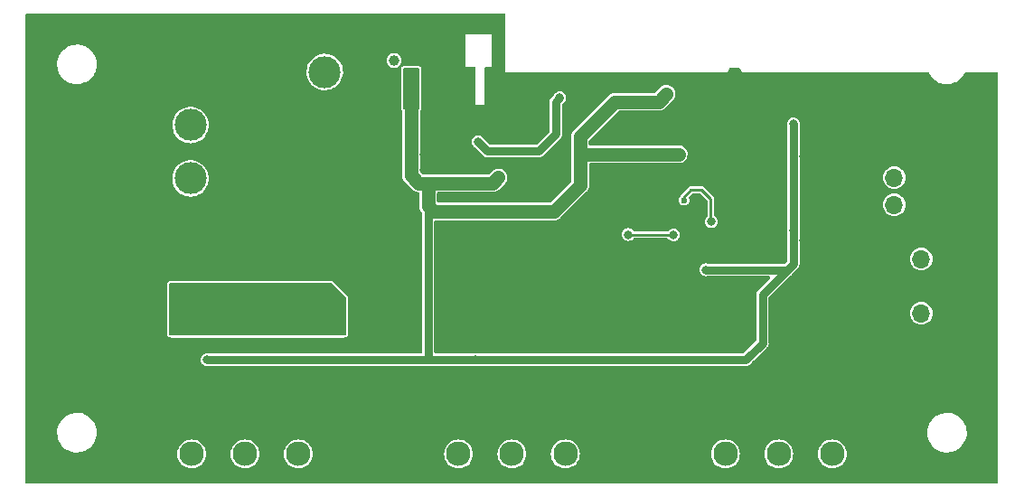
<source format=gbl>
G04 #@! TF.GenerationSoftware,KiCad,Pcbnew,(6.0.2)*
G04 #@! TF.CreationDate,2022-02-23T13:26:13+01:00*
G04 #@! TF.ProjectId,esp32-wled-adv-pcb,65737033-322d-4776-9c65-642d6164762d,rev?*
G04 #@! TF.SameCoordinates,Original*
G04 #@! TF.FileFunction,Copper,L2,Bot*
G04 #@! TF.FilePolarity,Positive*
%FSLAX46Y46*%
G04 Gerber Fmt 4.6, Leading zero omitted, Abs format (unit mm)*
G04 Created by KiCad (PCBNEW (6.0.2)) date 2022-02-23 13:26:13*
%MOMM*%
%LPD*%
G01*
G04 APERTURE LIST*
G04 #@! TA.AperFunction,ComponentPad*
%ADD10R,1.700000X1.700000*%
G04 #@! TD*
G04 #@! TA.AperFunction,ComponentPad*
%ADD11O,1.700000X1.700000*%
G04 #@! TD*
G04 #@! TA.AperFunction,ComponentPad*
%ADD12R,3.000000X3.000000*%
G04 #@! TD*
G04 #@! TA.AperFunction,ComponentPad*
%ADD13C,3.000000*%
G04 #@! TD*
G04 #@! TA.AperFunction,ComponentPad*
%ADD14C,1.000000*%
G04 #@! TD*
G04 #@! TA.AperFunction,ComponentPad*
%ADD15C,2.300000*%
G04 #@! TD*
G04 #@! TA.AperFunction,ComponentPad*
%ADD16R,0.900000X0.500000*%
G04 #@! TD*
G04 #@! TA.AperFunction,ViaPad*
%ADD17C,0.800000*%
G04 #@! TD*
G04 #@! TA.AperFunction,ViaPad*
%ADD18C,0.500000*%
G04 #@! TD*
G04 #@! TA.AperFunction,ViaPad*
%ADD19C,1.200000*%
G04 #@! TD*
G04 #@! TA.AperFunction,ViaPad*
%ADD20C,0.600000*%
G04 #@! TD*
G04 #@! TA.AperFunction,Conductor*
%ADD21C,0.750000*%
G04 #@! TD*
G04 #@! TA.AperFunction,Conductor*
%ADD22C,1.250000*%
G04 #@! TD*
G04 #@! TA.AperFunction,Conductor*
%ADD23C,0.250000*%
G04 #@! TD*
G04 APERTURE END LIST*
D10*
G04 #@! TO.P,J6,1,Pin_1*
G04 #@! TO.N,GND*
X162809000Y-114808000D03*
D11*
G04 #@! TO.P,J6,2,Pin_2*
G04 #@! TO.N,/WLED_CTRL_IO19*
X165349000Y-114808000D03*
G04 #@! TD*
D12*
G04 #@! TO.P,J2,1,Pin_1*
G04 #@! TO.N,GND*
X96881500Y-92188000D03*
D13*
G04 #@! TO.P,J2,2,Pin_2*
G04 #@! TO.N,/LED_DATA*
X96881500Y-97188000D03*
G04 #@! TO.P,J2,3,Pin_3*
G04 #@! TO.N,+5V*
X96881500Y-102188000D03*
G04 #@! TD*
D14*
G04 #@! TO.P,TP1,1,1*
G04 #@! TO.N,+3V3*
X115950000Y-91125000D03*
G04 #@! TD*
D15*
G04 #@! TO.P,RV3,1,1*
G04 #@! TO.N,Net-(R12-Pad2)*
X147000000Y-128000000D03*
G04 #@! TO.P,RV3,2,2*
G04 #@! TO.N,/WLED_CTRL_IO33*
X152000000Y-128000000D03*
G04 #@! TO.P,RV3,3,3*
G04 #@! TO.N,Net-(R13-Pad1)*
X157000000Y-128000000D03*
G04 #@! TD*
G04 #@! TO.P,RV2,1,1*
G04 #@! TO.N,Net-(R10-Pad2)*
X122000000Y-128000000D03*
G04 #@! TO.P,RV2,2,2*
G04 #@! TO.N,/WLED_CTRL_IO32*
X127000000Y-128000000D03*
G04 #@! TO.P,RV2,3,3*
G04 #@! TO.N,Net-(R11-Pad1)*
X132000000Y-128000000D03*
G04 #@! TD*
G04 #@! TO.P,RV1,1,1*
G04 #@! TO.N,Net-(R8-Pad2)*
X97000000Y-128000000D03*
G04 #@! TO.P,RV1,2,2*
G04 #@! TO.N,/WLED_CTRL_IO35*
X102000000Y-128000000D03*
G04 #@! TO.P,RV1,3,3*
G04 #@! TO.N,Net-(R9-Pad1)*
X107000000Y-128000000D03*
G04 #@! TD*
D10*
G04 #@! TO.P,J1,1,Pin_1*
G04 #@! TO.N,GND*
X162814000Y-99568000D03*
D11*
G04 #@! TO.P,J1,2,Pin_2*
G04 #@! TO.N,/ESP_TXD*
X162814000Y-102108000D03*
G04 #@! TO.P,J1,3,Pin_3*
G04 #@! TO.N,/ESP_RXD*
X162814000Y-104648000D03*
G04 #@! TD*
D16*
G04 #@! TO.P,AE1,2,Shield*
G04 #@! TO.N,GND*
X147861600Y-92050800D03*
G04 #@! TD*
D10*
G04 #@! TO.P,J5,1,Pin_1*
G04 #@! TO.N,GND*
X162809000Y-109728000D03*
D11*
G04 #@! TO.P,J5,2,Pin_2*
G04 #@! TO.N,/WLED_CTRL_IO22*
X165349000Y-109728000D03*
G04 #@! TD*
D14*
G04 #@! TO.P,TP2,1,1*
G04 #@! TO.N,GND*
X118516400Y-89255600D03*
G04 #@! TD*
D12*
G04 #@! TO.P,J4,1,Pin_1*
G04 #@! TO.N,GND*
X96881500Y-109056700D03*
D13*
G04 #@! TO.P,J4,2,Pin_2*
G04 #@! TO.N,/+5Vin*
X96881500Y-114056700D03*
G04 #@! TD*
G04 #@! TO.P,F1,1*
G04 #@! TO.N,+5V*
X109474000Y-92205000D03*
G04 #@! TO.P,F1,2*
G04 #@! TO.N,/+5Vin*
X109474000Y-114805000D03*
G04 #@! TD*
D17*
G04 #@! TO.N,GND*
X117906800Y-104038400D03*
X108077000Y-126492000D03*
X151180800Y-118364000D03*
D18*
X146658755Y-103040360D03*
D17*
X171704000Y-116840000D03*
X154330400Y-107950000D03*
X82296000Y-130048000D03*
X127762000Y-126365000D03*
X133400800Y-120192800D03*
X108000800Y-122275600D03*
X99364800Y-109474000D03*
D18*
X143865600Y-104495600D03*
D17*
X161188400Y-96774000D03*
X126849562Y-95645019D03*
X121412000Y-130048000D03*
X154178000Y-92862400D03*
X107086400Y-96926400D03*
D18*
X145710225Y-99989484D03*
D17*
X135026400Y-115062000D03*
X154330400Y-100076000D03*
X131933381Y-93038585D03*
D18*
X147711600Y-99991200D03*
D17*
X94234000Y-110540800D03*
X125730000Y-87376000D03*
X123952000Y-114655600D03*
X95707200Y-98958400D03*
X107696000Y-117602000D03*
X113131600Y-120192800D03*
X133096000Y-122555000D03*
X142392400Y-106146600D03*
X153416000Y-95046800D03*
X86868000Y-120015000D03*
X131038600Y-106603800D03*
X160172400Y-99161600D03*
X159512000Y-101092000D03*
X149860000Y-119583200D03*
X124333000Y-100899007D03*
X141325600Y-102260400D03*
X112166400Y-110845600D03*
X147320000Y-130048000D03*
X137160000Y-130048000D03*
X105994200Y-104749600D03*
X86600000Y-104000000D03*
X100761800Y-99669600D03*
X82296000Y-87376000D03*
X98425000Y-120396000D03*
X105156000Y-120192800D03*
X163626800Y-103378000D03*
X110794800Y-111709200D03*
X125577600Y-88696800D03*
X106273600Y-109575600D03*
X118770400Y-101396800D03*
X130657600Y-120192800D03*
D18*
X154355800Y-106019600D03*
D17*
X114960400Y-90068400D03*
X120396000Y-106553000D03*
D18*
X154355800Y-105206800D03*
D17*
X123063000Y-97155000D03*
X120904000Y-126492000D03*
X148082000Y-122555000D03*
X101600000Y-130048000D03*
X144145000Y-106578400D03*
X111760000Y-87376000D03*
D18*
X148761600Y-101041200D03*
D17*
X133350000Y-92837000D03*
X113665000Y-111887000D03*
X171704000Y-111760000D03*
X101650800Y-107594400D03*
X144678400Y-92659200D03*
X105714800Y-106603800D03*
X117475000Y-106975000D03*
X167030400Y-108051600D03*
X122377200Y-116281200D03*
X116840000Y-87376000D03*
X160121600Y-103022400D03*
X155575000Y-119126000D03*
X141452600Y-116230400D03*
X82296000Y-101600000D03*
X114604800Y-91643200D03*
X166014400Y-122326400D03*
X137312400Y-101168200D03*
X95504000Y-118872000D03*
X90170000Y-122047000D03*
X95631000Y-91059000D03*
X136144000Y-110744000D03*
X160578800Y-100228400D03*
X169748200Y-92710000D03*
X117398800Y-91236800D03*
X165811200Y-95300800D03*
X161137600Y-104292400D03*
D18*
X152501600Y-102819200D03*
D17*
X126492000Y-118160800D03*
X109321600Y-110210600D03*
X141351000Y-108178600D03*
X151485600Y-113436400D03*
X133350000Y-118160800D03*
X140868400Y-126898400D03*
X125984000Y-90170000D03*
X132080000Y-98298000D03*
X171704000Y-101600000D03*
X137160000Y-106680000D03*
X141376400Y-112064800D03*
X122428000Y-109728000D03*
X114909600Y-107315000D03*
X118770400Y-99923600D03*
X112903000Y-106756200D03*
X134315200Y-103708200D03*
X116840000Y-130048000D03*
X131445000Y-110617000D03*
X147929600Y-113588800D03*
X105130600Y-99695000D03*
X125730000Y-106680000D03*
X140411200Y-113284000D03*
X143154400Y-105308400D03*
X169113200Y-119684800D03*
X126111000Y-126365000D03*
X171704000Y-121920000D03*
X156870400Y-96520000D03*
X117906800Y-114020600D03*
X101752400Y-123596400D03*
X88800000Y-96400000D03*
X163068000Y-94742000D03*
X161163000Y-123469400D03*
X157226000Y-92862400D03*
X163169600Y-92710000D03*
X152349200Y-97332800D03*
X138125200Y-115062000D03*
D18*
X146398700Y-95808800D03*
D17*
X110032800Y-118110000D03*
X132080000Y-130048000D03*
X144576800Y-111582200D03*
X156718000Y-105613200D03*
X138430000Y-123698000D03*
D18*
X148756532Y-99039484D03*
D17*
X86360000Y-130048000D03*
X127889000Y-122555000D03*
X168656000Y-96621600D03*
X161848800Y-119075200D03*
D18*
X148761600Y-103041200D03*
D17*
X82804000Y-117144800D03*
X116179600Y-92557600D03*
X128576762Y-95594219D03*
X156921200Y-111760000D03*
X137439400Y-97815400D03*
X103632000Y-117602000D03*
X162052000Y-130048000D03*
X138938000Y-112141000D03*
X109778800Y-120192800D03*
X169519600Y-106222800D03*
X160274000Y-92862400D03*
X159359600Y-95046800D03*
X87071200Y-87223600D03*
D18*
X143408400Y-99187000D03*
D17*
X156565600Y-103073200D03*
X108559600Y-104749600D03*
X142544800Y-115112800D03*
X134772400Y-98653600D03*
X115722400Y-115976400D03*
D18*
X143408400Y-102666800D03*
D17*
X117475000Y-109321600D03*
X125272800Y-116535200D03*
D18*
X145711600Y-101041200D03*
X142062200Y-98856800D03*
D17*
X113614200Y-89052400D03*
X124968000Y-111125000D03*
X120650000Y-95605600D03*
X118110000Y-118110000D03*
X156972000Y-109728000D03*
X163880800Y-105664000D03*
X116230400Y-120192800D03*
X111887000Y-93294200D03*
X125603000Y-91312000D03*
X128143000Y-112903000D03*
X159461200Y-118313200D03*
X151587200Y-108204000D03*
X154127200Y-114808000D03*
X137820400Y-113182400D03*
X120396000Y-103886000D03*
X108661200Y-107416600D03*
X102260400Y-120142000D03*
X130302000Y-116535200D03*
X107086400Y-99720400D03*
X127762000Y-120192800D03*
X96875600Y-99720400D03*
X154355800Y-109753400D03*
D18*
X161696400Y-102743000D03*
D17*
X137185400Y-98679000D03*
X123037600Y-118160800D03*
X148082000Y-126492000D03*
D18*
X146660602Y-102091199D03*
D17*
X113842800Y-94183200D03*
X165709600Y-92710000D03*
X98044000Y-126492000D03*
X131445000Y-109093000D03*
X132156200Y-101193600D03*
X160274000Y-107188000D03*
X138988800Y-110058200D03*
X104902000Y-122580400D03*
X114858800Y-97028000D03*
X113030000Y-126085600D03*
X158115000Y-126492000D03*
X110388400Y-109118400D03*
X105968800Y-124460000D03*
X130937000Y-122555000D03*
X107111800Y-89992200D03*
X142189200Y-95478600D03*
X99771200Y-105257600D03*
X143840200Y-96520000D03*
X141427200Y-110413800D03*
D18*
X147711600Y-103041200D03*
D17*
X142113000Y-104394000D03*
X91440000Y-87376000D03*
X120500000Y-89200000D03*
X156362400Y-101092000D03*
X107061000Y-93573600D03*
X130098800Y-114655600D03*
X91313000Y-93218000D03*
D18*
X148761600Y-102091200D03*
D17*
X146507200Y-108305600D03*
X94843600Y-97688400D03*
X110134400Y-121716800D03*
X148971000Y-105664000D03*
X139192000Y-93573600D03*
D18*
X108153200Y-121412000D03*
D17*
X148234400Y-120192800D03*
X157937200Y-101092000D03*
X143129000Y-107543600D03*
X147904200Y-115062000D03*
X155829000Y-122555000D03*
X171831000Y-92837000D03*
X161848800Y-92862400D03*
X171704000Y-127000000D03*
X82804000Y-121920000D03*
X97002600Y-117551200D03*
X137160000Y-103251000D03*
X102514400Y-99720400D03*
X100025200Y-117703600D03*
X113436400Y-121767600D03*
X82296000Y-111810800D03*
D18*
X149706532Y-99989484D03*
D17*
X148691600Y-109118400D03*
X136525000Y-108966000D03*
X94259400Y-114300000D03*
X116255800Y-96977200D03*
X129413000Y-107721400D03*
X120599200Y-120192800D03*
X138938000Y-104013000D03*
X166116000Y-104521000D03*
X103835200Y-96164400D03*
X145745200Y-118160800D03*
X111760000Y-89916000D03*
X154432000Y-97383600D03*
X159715200Y-112268000D03*
X146354800Y-105511600D03*
X123063000Y-126492000D03*
X138938000Y-106553000D03*
X168960800Y-112268000D03*
D18*
X105816400Y-121412000D03*
D17*
X112217200Y-113182400D03*
X93446600Y-99695000D03*
X130302000Y-103886000D03*
X150926800Y-96672400D03*
X128371600Y-116332000D03*
X95885000Y-122555000D03*
X149453600Y-114452400D03*
X120497600Y-118160800D03*
X152781000Y-126365000D03*
D18*
X152425400Y-106959400D03*
D17*
X126238000Y-120192800D03*
X158089600Y-107035600D03*
X98958400Y-99720400D03*
X115214400Y-113385600D03*
X137160000Y-92837000D03*
X101981000Y-93472000D03*
X158597600Y-104851200D03*
X102768400Y-124764800D03*
X145923000Y-122555000D03*
X149453600Y-117144800D03*
X167640000Y-130048000D03*
X157480000Y-130048000D03*
D18*
X147711600Y-101041200D03*
X123190000Y-92252800D03*
D17*
X157022800Y-114808000D03*
X117348000Y-111252000D03*
X120904000Y-122555000D03*
X115519200Y-118160800D03*
X138684000Y-117856000D03*
X139039600Y-97663000D03*
X106019600Y-122478800D03*
X151485600Y-116535200D03*
X133604000Y-113030000D03*
D18*
X146660602Y-99991199D03*
D17*
X112115600Y-115417600D03*
X106680000Y-130048000D03*
X152654000Y-92862400D03*
X120599200Y-99923600D03*
X121412000Y-87376000D03*
X155702000Y-92862400D03*
X130657600Y-118160800D03*
X93776800Y-104190800D03*
X134645400Y-101168200D03*
D18*
X146661600Y-101041200D03*
D17*
X133096000Y-126492000D03*
X152730200Y-118338600D03*
X96520000Y-87376000D03*
X146761200Y-92710000D03*
X143764000Y-109347000D03*
D18*
X146651419Y-99038477D03*
D17*
X119229562Y-95615807D03*
X161086800Y-101295200D03*
X98501200Y-98552000D03*
X129647381Y-101801585D03*
X102743000Y-126365000D03*
D18*
X154329900Y-101701600D03*
D17*
X120421400Y-109220000D03*
D18*
X149711600Y-101041200D03*
D17*
X147904200Y-111760000D03*
X101219000Y-126365000D03*
X150012400Y-109118400D03*
X137668000Y-120192800D03*
X168148000Y-100584000D03*
X165354000Y-112268000D03*
X142519400Y-117830600D03*
X111912400Y-117348000D03*
X127000000Y-130048000D03*
X96520000Y-130048000D03*
X113182400Y-118110000D03*
X146151600Y-93522800D03*
X112852200Y-109194600D03*
X153212800Y-111760000D03*
X128504381Y-92911585D03*
X132943600Y-105054400D03*
X152400000Y-130048000D03*
X126111000Y-122555000D03*
D18*
X139192000Y-101600000D03*
X145796000Y-95300800D03*
D17*
X132187381Y-95705585D03*
X145389600Y-115112800D03*
X126136400Y-114681000D03*
X110490000Y-107442000D03*
X154381200Y-103073200D03*
X145923000Y-126492000D03*
X94945200Y-99720400D03*
X142240000Y-130048000D03*
X151130000Y-126365000D03*
X105918000Y-126492000D03*
X158115000Y-122555000D03*
X135382000Y-94488000D03*
X115239800Y-104749600D03*
X116128800Y-124358400D03*
X98171000Y-122555000D03*
X133604000Y-96266000D03*
X122218779Y-95586221D03*
D18*
X143408400Y-102006400D03*
D17*
X149352000Y-108051600D03*
X128727200Y-118160800D03*
X82296000Y-91440000D03*
D18*
X141249400Y-96926400D03*
D17*
X147878800Y-92964000D03*
X95885000Y-126492000D03*
X116154200Y-94513400D03*
X155956000Y-126492000D03*
X120396000Y-116078000D03*
X94437200Y-117297200D03*
D18*
X147711600Y-99041200D03*
D17*
X149098000Y-94132400D03*
X125020762Y-93232019D03*
X87757000Y-112522000D03*
X120425000Y-110900000D03*
X123393200Y-120192800D03*
X91440000Y-130048000D03*
X124942500Y-92241419D03*
X116484400Y-89814400D03*
X130937000Y-126492000D03*
X152908000Y-122555000D03*
X165455600Y-119126000D03*
X124734077Y-95561552D03*
X141732000Y-120650000D03*
X103530400Y-109575600D03*
X151130000Y-122555000D03*
X171704000Y-106680000D03*
X110947200Y-104749600D03*
X106680000Y-87376000D03*
X145643600Y-112979200D03*
X123545600Y-99923600D03*
X106984800Y-108026200D03*
X127101600Y-102057200D03*
X149098000Y-92659200D03*
D18*
X147711600Y-102091200D03*
D17*
X158750000Y-92862400D03*
X141376400Y-106705400D03*
X113182400Y-104749600D03*
D18*
X148761600Y-99991200D03*
D17*
X151384000Y-104648000D03*
X141782800Y-92710000D03*
X156108400Y-117195600D03*
X133985000Y-106680000D03*
X111760000Y-130048000D03*
X92202000Y-108000800D03*
X140131800Y-97790000D03*
X102565200Y-105206800D03*
X103886000Y-121462800D03*
D18*
X158851600Y-115824000D03*
D17*
X111861600Y-95097600D03*
X142849600Y-113538000D03*
X123063000Y-122555000D03*
X164465000Y-92710000D03*
X136652000Y-96774000D03*
X167030400Y-116484400D03*
X123088400Y-88087200D03*
X113436400Y-97028000D03*
X150876000Y-95351600D03*
X111861600Y-97028000D03*
X157480000Y-99441000D03*
D18*
X145084800Y-96367600D03*
D17*
X82296000Y-106324400D03*
D18*
X146431000Y-109855000D03*
D17*
X107213400Y-105943400D03*
D18*
X126847600Y-108966000D03*
X145745200Y-96723200D03*
D17*
X116054500Y-111252000D03*
X123240800Y-113284000D03*
X165455600Y-97637600D03*
X150317200Y-111760000D03*
D18*
X145709218Y-102084371D03*
D17*
X145643600Y-120192800D03*
X162864800Y-112268000D03*
X82296000Y-127000000D03*
X125730000Y-103886000D03*
X150876000Y-92862400D03*
X118465600Y-120243600D03*
X117449600Y-121412000D03*
X120503381Y-91209785D03*
X139039600Y-108204000D03*
X104343200Y-105206800D03*
D18*
X139065000Y-96062800D03*
X149707967Y-102090063D03*
D17*
X131826000Y-115112800D03*
X150876000Y-94132400D03*
X171704000Y-130048000D03*
X148437600Y-118160800D03*
D18*
X144119600Y-95250000D03*
X144119600Y-94386400D03*
D17*
X171704000Y-96520000D03*
X122859800Y-106553000D03*
X152400000Y-109601000D03*
X121900381Y-101346000D03*
X149098000Y-95758000D03*
X82804000Y-96621600D03*
X101600000Y-87376000D03*
G04 #@! TO.N,+5V*
X123826962Y-98740007D03*
X131476181Y-94638785D03*
D19*
G04 #@! TO.N,+3V3*
X117553162Y-92517007D03*
X117553162Y-95057007D03*
D17*
X152781000Y-110744000D03*
X153365200Y-107086400D03*
D19*
X117553162Y-93787007D03*
D17*
X98450400Y-119176800D03*
X153365200Y-97078800D03*
X123698000Y-105283000D03*
X123596400Y-119176800D03*
X141478000Y-94259400D03*
X125731962Y-102092807D03*
X142621000Y-99923600D03*
X145161000Y-110744000D03*
X148894800Y-119176800D03*
G04 #@! TO.N,Net-(Q1-Pad2)*
X142138400Y-107467400D03*
X137896600Y-107442000D03*
D20*
G04 #@! TO.N,/BOOT*
X143129000Y-104223141D03*
D17*
X145663780Y-106238194D03*
G04 #@! TD*
D21*
G04 #@! TO.N,+5V*
X131116762Y-98032619D02*
X129520374Y-99629007D01*
X129520374Y-99629007D02*
X124715962Y-99629007D01*
X131476181Y-94638785D02*
X131116762Y-94998204D01*
X124715962Y-99629007D02*
X123826962Y-98740007D01*
X131116762Y-94998204D02*
X131116762Y-98032619D01*
G04 #@! TO.N,+3V3*
X148894800Y-119176800D02*
X150469600Y-117602000D01*
X98450400Y-119176800D02*
X123596400Y-119176800D01*
X119146834Y-104746834D02*
X119146834Y-119155966D01*
X153365200Y-107086400D02*
X153365200Y-110159800D01*
X153365200Y-97078800D02*
X153365200Y-107086400D01*
X123596400Y-119176800D02*
X148894800Y-119176800D01*
D22*
X117553162Y-101932162D02*
X117553162Y-95057007D01*
X133375400Y-98262590D02*
X133375400Y-99949000D01*
X123698000Y-105283000D02*
X119683000Y-105283000D01*
X140741400Y-94996000D02*
X136641990Y-94996000D01*
X136641990Y-94996000D02*
X133375400Y-98262590D01*
D21*
X152781000Y-110744000D02*
X145161000Y-110744000D01*
D22*
X130937000Y-105283000D02*
X123698000Y-105283000D01*
X142621000Y-99923600D02*
X133858000Y-99923600D01*
D21*
X153365200Y-110159800D02*
X152781000Y-110744000D01*
D22*
X141478000Y-94259400D02*
X140741400Y-94996000D01*
X133400800Y-99872800D02*
X133400800Y-102819200D01*
D21*
X150469600Y-117602000D02*
X150469600Y-113055400D01*
D22*
X118237000Y-102616000D02*
X117553162Y-101932162D01*
X125208769Y-102616000D02*
X118237000Y-102616000D01*
X133400800Y-102819200D02*
X130937000Y-105283000D01*
X119126000Y-102870000D02*
X119146834Y-102890834D01*
X119683000Y-105283000D02*
X119146834Y-104746834D01*
X117553162Y-101932162D02*
X118177981Y-102556981D01*
D21*
X150469600Y-113055400D02*
X152781000Y-110744000D01*
D22*
X125731962Y-102092807D02*
X125208769Y-102616000D01*
X119146834Y-102890834D02*
X119146834Y-104746834D01*
D23*
G04 #@! TO.N,Net-(Q1-Pad2)*
X142113000Y-107442000D02*
X137896600Y-107442000D01*
X142138400Y-107467400D02*
X142113000Y-107442000D01*
G04 #@! TO.N,/BOOT*
X145629489Y-104100489D02*
X144780000Y-103251000D01*
X143129000Y-103886000D02*
X143129000Y-104223141D01*
X145629489Y-106203903D02*
X145629489Y-104100489D01*
X143764000Y-103251000D02*
X143129000Y-103886000D01*
X144780000Y-103251000D02*
X143764000Y-103251000D01*
X143129000Y-104013000D02*
X143129000Y-104223141D01*
X145663780Y-106238194D02*
X145629489Y-106203903D01*
G04 #@! TD*
G04 #@! TA.AperFunction,Conductor*
G04 #@! TO.N,/+5Vin*
G36*
X110099531Y-111983202D02*
G01*
X110120505Y-112000105D01*
X111418295Y-113297895D01*
X111452321Y-113360207D01*
X111455200Y-113386990D01*
X111455200Y-116764800D01*
X111435198Y-116832921D01*
X111381542Y-116879414D01*
X111329200Y-116890800D01*
X95020400Y-116890800D01*
X94952279Y-116870798D01*
X94905786Y-116817142D01*
X94894400Y-116764800D01*
X94894400Y-112089200D01*
X94914402Y-112021079D01*
X94968058Y-111974586D01*
X95020400Y-111963200D01*
X110031410Y-111963200D01*
X110099531Y-111983202D01*
G37*
G04 #@! TD.AperFunction*
G04 #@! TD*
G04 #@! TA.AperFunction,Conductor*
G04 #@! TO.N,+3V3*
G36*
X117321345Y-91832285D02*
G01*
X117390612Y-91841404D01*
X117398800Y-91842482D01*
X117406988Y-91841404D01*
X117476255Y-91832285D01*
X117492701Y-91831207D01*
X118189162Y-91831207D01*
X118257283Y-91851209D01*
X118303776Y-91904865D01*
X118315162Y-91957207D01*
X118315162Y-95566007D01*
X118295160Y-95634128D01*
X118241504Y-95680621D01*
X118189162Y-95692007D01*
X116917162Y-95692007D01*
X116849041Y-95672005D01*
X116802548Y-95618349D01*
X116791162Y-95566007D01*
X116791162Y-91957207D01*
X116811164Y-91889086D01*
X116864820Y-91842593D01*
X116917162Y-91831207D01*
X117304899Y-91831207D01*
X117321345Y-91832285D01*
G37*
G04 #@! TD.AperFunction*
G04 #@! TD*
G04 #@! TA.AperFunction,Conductor*
G04 #@! TO.N,GND*
G36*
X126307121Y-86720002D02*
G01*
X126353614Y-86773658D01*
X126365000Y-86826000D01*
X126365000Y-92252800D01*
X147218400Y-92252800D01*
X147364959Y-91875538D01*
X147408271Y-91819284D01*
X147475121Y-91795376D01*
X147482464Y-91795165D01*
X148232773Y-91795559D01*
X148300883Y-91815597D01*
X148345405Y-91865210D01*
X148539200Y-92252800D01*
X165974453Y-92252800D01*
X166042574Y-92272802D01*
X166084383Y-92319660D01*
X166085182Y-92319192D01*
X166220875Y-92550938D01*
X166223728Y-92554505D01*
X166335225Y-92693925D01*
X166388601Y-92760669D01*
X166584846Y-92943991D01*
X166677039Y-93007948D01*
X166801746Y-93094461D01*
X166801751Y-93094464D01*
X166805499Y-93097064D01*
X166809584Y-93099096D01*
X166809587Y-93099098D01*
X166925719Y-93156872D01*
X167045938Y-93216680D01*
X167050272Y-93218101D01*
X167050275Y-93218102D01*
X167296793Y-93298915D01*
X167296798Y-93298916D01*
X167301126Y-93300335D01*
X167305617Y-93301115D01*
X167305618Y-93301115D01*
X167561936Y-93345620D01*
X167561944Y-93345621D01*
X167565717Y-93346276D01*
X167569554Y-93346467D01*
X167648996Y-93350422D01*
X167649004Y-93350422D01*
X167650567Y-93350500D01*
X167818223Y-93350500D01*
X167820491Y-93350335D01*
X167820503Y-93350335D01*
X167950823Y-93340879D01*
X168017846Y-93336016D01*
X168022301Y-93335032D01*
X168022304Y-93335032D01*
X168275620Y-93279105D01*
X168275624Y-93279104D01*
X168280080Y-93278120D01*
X168447617Y-93214646D01*
X168526941Y-93184593D01*
X168526944Y-93184592D01*
X168531211Y-93182975D01*
X168765976Y-93052574D01*
X168908254Y-92943991D01*
X168975833Y-92892417D01*
X168975837Y-92892413D01*
X168979458Y-92889650D01*
X169167185Y-92697614D01*
X169325225Y-92480491D01*
X169409595Y-92320130D01*
X169459012Y-92269160D01*
X169521101Y-92252800D01*
X172424000Y-92252800D01*
X172492121Y-92272802D01*
X172538614Y-92326458D01*
X172550000Y-92378800D01*
X172550000Y-130674000D01*
X172529998Y-130742121D01*
X172476342Y-130788614D01*
X172424000Y-130800000D01*
X81576000Y-130800000D01*
X81507879Y-130779998D01*
X81461386Y-130726342D01*
X81450000Y-130674000D01*
X81450000Y-128000000D01*
X95644341Y-128000000D01*
X95664937Y-128235408D01*
X95726097Y-128463663D01*
X95825965Y-128677829D01*
X95961505Y-128871401D01*
X96128599Y-129038495D01*
X96133107Y-129041652D01*
X96133110Y-129041654D01*
X96317661Y-129170878D01*
X96322170Y-129174035D01*
X96327152Y-129176358D01*
X96327157Y-129176361D01*
X96531355Y-129271580D01*
X96536337Y-129273903D01*
X96541645Y-129275325D01*
X96541647Y-129275326D01*
X96759277Y-129333639D01*
X96764592Y-129335063D01*
X97000000Y-129355659D01*
X97235408Y-129335063D01*
X97240723Y-129333639D01*
X97458353Y-129275326D01*
X97458355Y-129275325D01*
X97463663Y-129273903D01*
X97468645Y-129271580D01*
X97672843Y-129176361D01*
X97672848Y-129176358D01*
X97677830Y-129174035D01*
X97682339Y-129170878D01*
X97866890Y-129041654D01*
X97866893Y-129041652D01*
X97871401Y-129038495D01*
X98038495Y-128871401D01*
X98174035Y-128677829D01*
X98273903Y-128463663D01*
X98335063Y-128235408D01*
X98355659Y-128000000D01*
X100644341Y-128000000D01*
X100664937Y-128235408D01*
X100726097Y-128463663D01*
X100825965Y-128677829D01*
X100961505Y-128871401D01*
X101128599Y-129038495D01*
X101133107Y-129041652D01*
X101133110Y-129041654D01*
X101317661Y-129170878D01*
X101322170Y-129174035D01*
X101327152Y-129176358D01*
X101327157Y-129176361D01*
X101531355Y-129271580D01*
X101536337Y-129273903D01*
X101541645Y-129275325D01*
X101541647Y-129275326D01*
X101759277Y-129333639D01*
X101764592Y-129335063D01*
X102000000Y-129355659D01*
X102235408Y-129335063D01*
X102240723Y-129333639D01*
X102458353Y-129275326D01*
X102458355Y-129275325D01*
X102463663Y-129273903D01*
X102468645Y-129271580D01*
X102672843Y-129176361D01*
X102672848Y-129176358D01*
X102677830Y-129174035D01*
X102682339Y-129170878D01*
X102866890Y-129041654D01*
X102866893Y-129041652D01*
X102871401Y-129038495D01*
X103038495Y-128871401D01*
X103174035Y-128677829D01*
X103273903Y-128463663D01*
X103335063Y-128235408D01*
X103355659Y-128000000D01*
X105644341Y-128000000D01*
X105664937Y-128235408D01*
X105726097Y-128463663D01*
X105825965Y-128677829D01*
X105961505Y-128871401D01*
X106128599Y-129038495D01*
X106133107Y-129041652D01*
X106133110Y-129041654D01*
X106317661Y-129170878D01*
X106322170Y-129174035D01*
X106327152Y-129176358D01*
X106327157Y-129176361D01*
X106531355Y-129271580D01*
X106536337Y-129273903D01*
X106541645Y-129275325D01*
X106541647Y-129275326D01*
X106759277Y-129333639D01*
X106764592Y-129335063D01*
X107000000Y-129355659D01*
X107235408Y-129335063D01*
X107240723Y-129333639D01*
X107458353Y-129275326D01*
X107458355Y-129275325D01*
X107463663Y-129273903D01*
X107468645Y-129271580D01*
X107672843Y-129176361D01*
X107672848Y-129176358D01*
X107677830Y-129174035D01*
X107682339Y-129170878D01*
X107866890Y-129041654D01*
X107866893Y-129041652D01*
X107871401Y-129038495D01*
X108038495Y-128871401D01*
X108174035Y-128677829D01*
X108273903Y-128463663D01*
X108335063Y-128235408D01*
X108355659Y-128000000D01*
X120644341Y-128000000D01*
X120664937Y-128235408D01*
X120726097Y-128463663D01*
X120825965Y-128677829D01*
X120961505Y-128871401D01*
X121128599Y-129038495D01*
X121133107Y-129041652D01*
X121133110Y-129041654D01*
X121317661Y-129170878D01*
X121322170Y-129174035D01*
X121327152Y-129176358D01*
X121327157Y-129176361D01*
X121531355Y-129271580D01*
X121536337Y-129273903D01*
X121541645Y-129275325D01*
X121541647Y-129275326D01*
X121759277Y-129333639D01*
X121764592Y-129335063D01*
X122000000Y-129355659D01*
X122235408Y-129335063D01*
X122240723Y-129333639D01*
X122458353Y-129275326D01*
X122458355Y-129275325D01*
X122463663Y-129273903D01*
X122468645Y-129271580D01*
X122672843Y-129176361D01*
X122672848Y-129176358D01*
X122677830Y-129174035D01*
X122682339Y-129170878D01*
X122866890Y-129041654D01*
X122866893Y-129041652D01*
X122871401Y-129038495D01*
X123038495Y-128871401D01*
X123174035Y-128677829D01*
X123273903Y-128463663D01*
X123335063Y-128235408D01*
X123355659Y-128000000D01*
X125644341Y-128000000D01*
X125664937Y-128235408D01*
X125726097Y-128463663D01*
X125825965Y-128677829D01*
X125961505Y-128871401D01*
X126128599Y-129038495D01*
X126133107Y-129041652D01*
X126133110Y-129041654D01*
X126317661Y-129170878D01*
X126322170Y-129174035D01*
X126327152Y-129176358D01*
X126327157Y-129176361D01*
X126531355Y-129271580D01*
X126536337Y-129273903D01*
X126541645Y-129275325D01*
X126541647Y-129275326D01*
X126759277Y-129333639D01*
X126764592Y-129335063D01*
X127000000Y-129355659D01*
X127235408Y-129335063D01*
X127240723Y-129333639D01*
X127458353Y-129275326D01*
X127458355Y-129275325D01*
X127463663Y-129273903D01*
X127468645Y-129271580D01*
X127672843Y-129176361D01*
X127672848Y-129176358D01*
X127677830Y-129174035D01*
X127682339Y-129170878D01*
X127866890Y-129041654D01*
X127866893Y-129041652D01*
X127871401Y-129038495D01*
X128038495Y-128871401D01*
X128174035Y-128677829D01*
X128273903Y-128463663D01*
X128335063Y-128235408D01*
X128355659Y-128000000D01*
X130644341Y-128000000D01*
X130664937Y-128235408D01*
X130726097Y-128463663D01*
X130825965Y-128677829D01*
X130961505Y-128871401D01*
X131128599Y-129038495D01*
X131133107Y-129041652D01*
X131133110Y-129041654D01*
X131317661Y-129170878D01*
X131322170Y-129174035D01*
X131327152Y-129176358D01*
X131327157Y-129176361D01*
X131531355Y-129271580D01*
X131536337Y-129273903D01*
X131541645Y-129275325D01*
X131541647Y-129275326D01*
X131759277Y-129333639D01*
X131764592Y-129335063D01*
X132000000Y-129355659D01*
X132235408Y-129335063D01*
X132240723Y-129333639D01*
X132458353Y-129275326D01*
X132458355Y-129275325D01*
X132463663Y-129273903D01*
X132468645Y-129271580D01*
X132672843Y-129176361D01*
X132672848Y-129176358D01*
X132677830Y-129174035D01*
X132682339Y-129170878D01*
X132866890Y-129041654D01*
X132866893Y-129041652D01*
X132871401Y-129038495D01*
X133038495Y-128871401D01*
X133174035Y-128677829D01*
X133273903Y-128463663D01*
X133335063Y-128235408D01*
X133355659Y-128000000D01*
X145644341Y-128000000D01*
X145664937Y-128235408D01*
X145726097Y-128463663D01*
X145825965Y-128677829D01*
X145961505Y-128871401D01*
X146128599Y-129038495D01*
X146133107Y-129041652D01*
X146133110Y-129041654D01*
X146317661Y-129170878D01*
X146322170Y-129174035D01*
X146327152Y-129176358D01*
X146327157Y-129176361D01*
X146531355Y-129271580D01*
X146536337Y-129273903D01*
X146541645Y-129275325D01*
X146541647Y-129275326D01*
X146759277Y-129333639D01*
X146764592Y-129335063D01*
X147000000Y-129355659D01*
X147235408Y-129335063D01*
X147240723Y-129333639D01*
X147458353Y-129275326D01*
X147458355Y-129275325D01*
X147463663Y-129273903D01*
X147468645Y-129271580D01*
X147672843Y-129176361D01*
X147672848Y-129176358D01*
X147677830Y-129174035D01*
X147682339Y-129170878D01*
X147866890Y-129041654D01*
X147866893Y-129041652D01*
X147871401Y-129038495D01*
X148038495Y-128871401D01*
X148174035Y-128677829D01*
X148273903Y-128463663D01*
X148335063Y-128235408D01*
X148355659Y-128000000D01*
X150644341Y-128000000D01*
X150664937Y-128235408D01*
X150726097Y-128463663D01*
X150825965Y-128677829D01*
X150961505Y-128871401D01*
X151128599Y-129038495D01*
X151133107Y-129041652D01*
X151133110Y-129041654D01*
X151317661Y-129170878D01*
X151322170Y-129174035D01*
X151327152Y-129176358D01*
X151327157Y-129176361D01*
X151531355Y-129271580D01*
X151536337Y-129273903D01*
X151541645Y-129275325D01*
X151541647Y-129275326D01*
X151759277Y-129333639D01*
X151764592Y-129335063D01*
X152000000Y-129355659D01*
X152235408Y-129335063D01*
X152240723Y-129333639D01*
X152458353Y-129275326D01*
X152458355Y-129275325D01*
X152463663Y-129273903D01*
X152468645Y-129271580D01*
X152672843Y-129176361D01*
X152672848Y-129176358D01*
X152677830Y-129174035D01*
X152682339Y-129170878D01*
X152866890Y-129041654D01*
X152866893Y-129041652D01*
X152871401Y-129038495D01*
X153038495Y-128871401D01*
X153174035Y-128677829D01*
X153273903Y-128463663D01*
X153335063Y-128235408D01*
X153355659Y-128000000D01*
X155644341Y-128000000D01*
X155664937Y-128235408D01*
X155726097Y-128463663D01*
X155825965Y-128677829D01*
X155961505Y-128871401D01*
X156128599Y-129038495D01*
X156133107Y-129041652D01*
X156133110Y-129041654D01*
X156317661Y-129170878D01*
X156322170Y-129174035D01*
X156327152Y-129176358D01*
X156327157Y-129176361D01*
X156531355Y-129271580D01*
X156536337Y-129273903D01*
X156541645Y-129275325D01*
X156541647Y-129275326D01*
X156759277Y-129333639D01*
X156764592Y-129335063D01*
X157000000Y-129355659D01*
X157235408Y-129335063D01*
X157240723Y-129333639D01*
X157458353Y-129275326D01*
X157458355Y-129275325D01*
X157463663Y-129273903D01*
X157468645Y-129271580D01*
X157672843Y-129176361D01*
X157672848Y-129176358D01*
X157677830Y-129174035D01*
X157682339Y-129170878D01*
X157866890Y-129041654D01*
X157866893Y-129041652D01*
X157871401Y-129038495D01*
X158038495Y-128871401D01*
X158174035Y-128677829D01*
X158273903Y-128463663D01*
X158335063Y-128235408D01*
X158355659Y-128000000D01*
X158335063Y-127764592D01*
X158273903Y-127536337D01*
X158230841Y-127443991D01*
X158176358Y-127327152D01*
X158176356Y-127327149D01*
X158174035Y-127322171D01*
X158038495Y-127128599D01*
X157871401Y-126961505D01*
X157866893Y-126958348D01*
X157866890Y-126958346D01*
X157682339Y-126829122D01*
X157682336Y-126829120D01*
X157677830Y-126825965D01*
X157672848Y-126823642D01*
X157672843Y-126823639D01*
X157468645Y-126728420D01*
X157468644Y-126728419D01*
X157463663Y-126726097D01*
X157458355Y-126724675D01*
X157458353Y-126724674D01*
X157240723Y-126666361D01*
X157240722Y-126666361D01*
X157235408Y-126664937D01*
X157000000Y-126644341D01*
X156764592Y-126664937D01*
X156759278Y-126666361D01*
X156759277Y-126666361D01*
X156541647Y-126724674D01*
X156541645Y-126724675D01*
X156536337Y-126726097D01*
X156531357Y-126728419D01*
X156531355Y-126728420D01*
X156327152Y-126823642D01*
X156327149Y-126823644D01*
X156322171Y-126825965D01*
X156128599Y-126961505D01*
X155961505Y-127128599D01*
X155825965Y-127322171D01*
X155823644Y-127327149D01*
X155823642Y-127327152D01*
X155769159Y-127443991D01*
X155726097Y-127536337D01*
X155664937Y-127764592D01*
X155644341Y-128000000D01*
X153355659Y-128000000D01*
X153335063Y-127764592D01*
X153273903Y-127536337D01*
X153230841Y-127443991D01*
X153176358Y-127327152D01*
X153176356Y-127327149D01*
X153174035Y-127322171D01*
X153038495Y-127128599D01*
X152871401Y-126961505D01*
X152866893Y-126958348D01*
X152866890Y-126958346D01*
X152682339Y-126829122D01*
X152682336Y-126829120D01*
X152677830Y-126825965D01*
X152672848Y-126823642D01*
X152672843Y-126823639D01*
X152468645Y-126728420D01*
X152468644Y-126728419D01*
X152463663Y-126726097D01*
X152458355Y-126724675D01*
X152458353Y-126724674D01*
X152240723Y-126666361D01*
X152240722Y-126666361D01*
X152235408Y-126664937D01*
X152000000Y-126644341D01*
X151764592Y-126664937D01*
X151759278Y-126666361D01*
X151759277Y-126666361D01*
X151541647Y-126724674D01*
X151541645Y-126724675D01*
X151536337Y-126726097D01*
X151531357Y-126728419D01*
X151531355Y-126728420D01*
X151327152Y-126823642D01*
X151327149Y-126823644D01*
X151322171Y-126825965D01*
X151128599Y-126961505D01*
X150961505Y-127128599D01*
X150825965Y-127322171D01*
X150823644Y-127327149D01*
X150823642Y-127327152D01*
X150769159Y-127443991D01*
X150726097Y-127536337D01*
X150664937Y-127764592D01*
X150644341Y-128000000D01*
X148355659Y-128000000D01*
X148335063Y-127764592D01*
X148273903Y-127536337D01*
X148230841Y-127443991D01*
X148176358Y-127327152D01*
X148176356Y-127327149D01*
X148174035Y-127322171D01*
X148038495Y-127128599D01*
X147871401Y-126961505D01*
X147866893Y-126958348D01*
X147866890Y-126958346D01*
X147682339Y-126829122D01*
X147682336Y-126829120D01*
X147677830Y-126825965D01*
X147672848Y-126823642D01*
X147672843Y-126823639D01*
X147468645Y-126728420D01*
X147468644Y-126728419D01*
X147463663Y-126726097D01*
X147458355Y-126724675D01*
X147458353Y-126724674D01*
X147240723Y-126666361D01*
X147240722Y-126666361D01*
X147235408Y-126664937D01*
X147000000Y-126644341D01*
X146764592Y-126664937D01*
X146759278Y-126666361D01*
X146759277Y-126666361D01*
X146541647Y-126724674D01*
X146541645Y-126724675D01*
X146536337Y-126726097D01*
X146531357Y-126728419D01*
X146531355Y-126728420D01*
X146327152Y-126823642D01*
X146327149Y-126823644D01*
X146322171Y-126825965D01*
X146128599Y-126961505D01*
X145961505Y-127128599D01*
X145825965Y-127322171D01*
X145823644Y-127327149D01*
X145823642Y-127327152D01*
X145769159Y-127443991D01*
X145726097Y-127536337D01*
X145664937Y-127764592D01*
X145644341Y-128000000D01*
X133355659Y-128000000D01*
X133335063Y-127764592D01*
X133273903Y-127536337D01*
X133230841Y-127443991D01*
X133176358Y-127327152D01*
X133176356Y-127327149D01*
X133174035Y-127322171D01*
X133038495Y-127128599D01*
X132871401Y-126961505D01*
X132866893Y-126958348D01*
X132866890Y-126958346D01*
X132682339Y-126829122D01*
X132682336Y-126829120D01*
X132677830Y-126825965D01*
X132672848Y-126823642D01*
X132672843Y-126823639D01*
X132468645Y-126728420D01*
X132468644Y-126728419D01*
X132463663Y-126726097D01*
X132458355Y-126724675D01*
X132458353Y-126724674D01*
X132240723Y-126666361D01*
X132240722Y-126666361D01*
X132235408Y-126664937D01*
X132000000Y-126644341D01*
X131764592Y-126664937D01*
X131759278Y-126666361D01*
X131759277Y-126666361D01*
X131541647Y-126724674D01*
X131541645Y-126724675D01*
X131536337Y-126726097D01*
X131531357Y-126728419D01*
X131531355Y-126728420D01*
X131327152Y-126823642D01*
X131327149Y-126823644D01*
X131322171Y-126825965D01*
X131128599Y-126961505D01*
X130961505Y-127128599D01*
X130825965Y-127322171D01*
X130823644Y-127327149D01*
X130823642Y-127327152D01*
X130769159Y-127443991D01*
X130726097Y-127536337D01*
X130664937Y-127764592D01*
X130644341Y-128000000D01*
X128355659Y-128000000D01*
X128335063Y-127764592D01*
X128273903Y-127536337D01*
X128230841Y-127443991D01*
X128176358Y-127327152D01*
X128176356Y-127327149D01*
X128174035Y-127322171D01*
X128038495Y-127128599D01*
X127871401Y-126961505D01*
X127866893Y-126958348D01*
X127866890Y-126958346D01*
X127682339Y-126829122D01*
X127682336Y-126829120D01*
X127677830Y-126825965D01*
X127672848Y-126823642D01*
X127672843Y-126823639D01*
X127468645Y-126728420D01*
X127468644Y-126728419D01*
X127463663Y-126726097D01*
X127458355Y-126724675D01*
X127458353Y-126724674D01*
X127240723Y-126666361D01*
X127240722Y-126666361D01*
X127235408Y-126664937D01*
X127000000Y-126644341D01*
X126764592Y-126664937D01*
X126759278Y-126666361D01*
X126759277Y-126666361D01*
X126541647Y-126724674D01*
X126541645Y-126724675D01*
X126536337Y-126726097D01*
X126531357Y-126728419D01*
X126531355Y-126728420D01*
X126327152Y-126823642D01*
X126327149Y-126823644D01*
X126322171Y-126825965D01*
X126128599Y-126961505D01*
X125961505Y-127128599D01*
X125825965Y-127322171D01*
X125823644Y-127327149D01*
X125823642Y-127327152D01*
X125769159Y-127443991D01*
X125726097Y-127536337D01*
X125664937Y-127764592D01*
X125644341Y-128000000D01*
X123355659Y-128000000D01*
X123335063Y-127764592D01*
X123273903Y-127536337D01*
X123230841Y-127443991D01*
X123176358Y-127327152D01*
X123176356Y-127327149D01*
X123174035Y-127322171D01*
X123038495Y-127128599D01*
X122871401Y-126961505D01*
X122866893Y-126958348D01*
X122866890Y-126958346D01*
X122682339Y-126829122D01*
X122682336Y-126829120D01*
X122677830Y-126825965D01*
X122672848Y-126823642D01*
X122672843Y-126823639D01*
X122468645Y-126728420D01*
X122468644Y-126728419D01*
X122463663Y-126726097D01*
X122458355Y-126724675D01*
X122458353Y-126724674D01*
X122240723Y-126666361D01*
X122240722Y-126666361D01*
X122235408Y-126664937D01*
X122000000Y-126644341D01*
X121764592Y-126664937D01*
X121759278Y-126666361D01*
X121759277Y-126666361D01*
X121541647Y-126724674D01*
X121541645Y-126724675D01*
X121536337Y-126726097D01*
X121531357Y-126728419D01*
X121531355Y-126728420D01*
X121327152Y-126823642D01*
X121327149Y-126823644D01*
X121322171Y-126825965D01*
X121128599Y-126961505D01*
X120961505Y-127128599D01*
X120825965Y-127322171D01*
X120823644Y-127327149D01*
X120823642Y-127327152D01*
X120769159Y-127443991D01*
X120726097Y-127536337D01*
X120664937Y-127764592D01*
X120644341Y-128000000D01*
X108355659Y-128000000D01*
X108335063Y-127764592D01*
X108273903Y-127536337D01*
X108230841Y-127443991D01*
X108176358Y-127327152D01*
X108176356Y-127327149D01*
X108174035Y-127322171D01*
X108038495Y-127128599D01*
X107871401Y-126961505D01*
X107866893Y-126958348D01*
X107866890Y-126958346D01*
X107682339Y-126829122D01*
X107682336Y-126829120D01*
X107677830Y-126825965D01*
X107672848Y-126823642D01*
X107672843Y-126823639D01*
X107468645Y-126728420D01*
X107468644Y-126728419D01*
X107463663Y-126726097D01*
X107458355Y-126724675D01*
X107458353Y-126724674D01*
X107240723Y-126666361D01*
X107240722Y-126666361D01*
X107235408Y-126664937D01*
X107000000Y-126644341D01*
X106764592Y-126664937D01*
X106759278Y-126666361D01*
X106759277Y-126666361D01*
X106541647Y-126724674D01*
X106541645Y-126724675D01*
X106536337Y-126726097D01*
X106531357Y-126728419D01*
X106531355Y-126728420D01*
X106327152Y-126823642D01*
X106327149Y-126823644D01*
X106322171Y-126825965D01*
X106128599Y-126961505D01*
X105961505Y-127128599D01*
X105825965Y-127322171D01*
X105823644Y-127327149D01*
X105823642Y-127327152D01*
X105769159Y-127443991D01*
X105726097Y-127536337D01*
X105664937Y-127764592D01*
X105644341Y-128000000D01*
X103355659Y-128000000D01*
X103335063Y-127764592D01*
X103273903Y-127536337D01*
X103230841Y-127443991D01*
X103176358Y-127327152D01*
X103176356Y-127327149D01*
X103174035Y-127322171D01*
X103038495Y-127128599D01*
X102871401Y-126961505D01*
X102866893Y-126958348D01*
X102866890Y-126958346D01*
X102682339Y-126829122D01*
X102682336Y-126829120D01*
X102677830Y-126825965D01*
X102672848Y-126823642D01*
X102672843Y-126823639D01*
X102468645Y-126728420D01*
X102468644Y-126728419D01*
X102463663Y-126726097D01*
X102458355Y-126724675D01*
X102458353Y-126724674D01*
X102240723Y-126666361D01*
X102240722Y-126666361D01*
X102235408Y-126664937D01*
X102000000Y-126644341D01*
X101764592Y-126664937D01*
X101759278Y-126666361D01*
X101759277Y-126666361D01*
X101541647Y-126724674D01*
X101541645Y-126724675D01*
X101536337Y-126726097D01*
X101531357Y-126728419D01*
X101531355Y-126728420D01*
X101327152Y-126823642D01*
X101327149Y-126823644D01*
X101322171Y-126825965D01*
X101128599Y-126961505D01*
X100961505Y-127128599D01*
X100825965Y-127322171D01*
X100823644Y-127327149D01*
X100823642Y-127327152D01*
X100769159Y-127443991D01*
X100726097Y-127536337D01*
X100664937Y-127764592D01*
X100644341Y-128000000D01*
X98355659Y-128000000D01*
X98335063Y-127764592D01*
X98273903Y-127536337D01*
X98230841Y-127443991D01*
X98176358Y-127327152D01*
X98176356Y-127327149D01*
X98174035Y-127322171D01*
X98038495Y-127128599D01*
X97871401Y-126961505D01*
X97866893Y-126958348D01*
X97866890Y-126958346D01*
X97682339Y-126829122D01*
X97682336Y-126829120D01*
X97677830Y-126825965D01*
X97672848Y-126823642D01*
X97672843Y-126823639D01*
X97468645Y-126728420D01*
X97468644Y-126728419D01*
X97463663Y-126726097D01*
X97458355Y-126724675D01*
X97458353Y-126724674D01*
X97240723Y-126666361D01*
X97240722Y-126666361D01*
X97235408Y-126664937D01*
X97000000Y-126644341D01*
X96764592Y-126664937D01*
X96759278Y-126666361D01*
X96759277Y-126666361D01*
X96541647Y-126724674D01*
X96541645Y-126724675D01*
X96536337Y-126726097D01*
X96531357Y-126728419D01*
X96531355Y-126728420D01*
X96327152Y-126823642D01*
X96327149Y-126823644D01*
X96322171Y-126825965D01*
X96128599Y-126961505D01*
X95961505Y-127128599D01*
X95825965Y-127322171D01*
X95823644Y-127327149D01*
X95823642Y-127327152D01*
X95769159Y-127443991D01*
X95726097Y-127536337D01*
X95664937Y-127764592D01*
X95644341Y-128000000D01*
X81450000Y-128000000D01*
X81450000Y-126042095D01*
X84395028Y-126042095D01*
X84420534Y-126309431D01*
X84484364Y-126570285D01*
X84486076Y-126574511D01*
X84486077Y-126574515D01*
X84548415Y-126728420D01*
X84585182Y-126819192D01*
X84720875Y-127050938D01*
X84831789Y-127189629D01*
X84835225Y-127193925D01*
X84888601Y-127260669D01*
X85084846Y-127443991D01*
X85177039Y-127507948D01*
X85301746Y-127594461D01*
X85301751Y-127594464D01*
X85305499Y-127597064D01*
X85309584Y-127599096D01*
X85309587Y-127599098D01*
X85425718Y-127656872D01*
X85545938Y-127716680D01*
X85550272Y-127718101D01*
X85550275Y-127718102D01*
X85796793Y-127798915D01*
X85796798Y-127798916D01*
X85801126Y-127800335D01*
X85805617Y-127801115D01*
X85805618Y-127801115D01*
X86061936Y-127845620D01*
X86061944Y-127845621D01*
X86065717Y-127846276D01*
X86069554Y-127846467D01*
X86148996Y-127850422D01*
X86149004Y-127850422D01*
X86150567Y-127850500D01*
X86318223Y-127850500D01*
X86320491Y-127850335D01*
X86320503Y-127850335D01*
X86450823Y-127840879D01*
X86517846Y-127836016D01*
X86522301Y-127835032D01*
X86522304Y-127835032D01*
X86775620Y-127779105D01*
X86775624Y-127779104D01*
X86780080Y-127778120D01*
X86947617Y-127714646D01*
X87026941Y-127684593D01*
X87026944Y-127684592D01*
X87031211Y-127682975D01*
X87265976Y-127552574D01*
X87408254Y-127443991D01*
X87475833Y-127392417D01*
X87475837Y-127392413D01*
X87479458Y-127389650D01*
X87667185Y-127197614D01*
X87825225Y-126980491D01*
X87907747Y-126823642D01*
X87948140Y-126746868D01*
X87948143Y-126746862D01*
X87950265Y-126742828D01*
X87956174Y-126726097D01*
X88038165Y-126493916D01*
X88038165Y-126493915D01*
X88039688Y-126489603D01*
X88091620Y-126226122D01*
X88091847Y-126221566D01*
X88100781Y-126042095D01*
X165895028Y-126042095D01*
X165920534Y-126309431D01*
X165984364Y-126570285D01*
X165986076Y-126574511D01*
X165986077Y-126574515D01*
X166048415Y-126728420D01*
X166085182Y-126819192D01*
X166220875Y-127050938D01*
X166331789Y-127189629D01*
X166335225Y-127193925D01*
X166388601Y-127260669D01*
X166584846Y-127443991D01*
X166677039Y-127507948D01*
X166801746Y-127594461D01*
X166801751Y-127594464D01*
X166805499Y-127597064D01*
X166809584Y-127599096D01*
X166809587Y-127599098D01*
X166925718Y-127656872D01*
X167045938Y-127716680D01*
X167050272Y-127718101D01*
X167050275Y-127718102D01*
X167296793Y-127798915D01*
X167296798Y-127798916D01*
X167301126Y-127800335D01*
X167305617Y-127801115D01*
X167305618Y-127801115D01*
X167561936Y-127845620D01*
X167561944Y-127845621D01*
X167565717Y-127846276D01*
X167569554Y-127846467D01*
X167648996Y-127850422D01*
X167649004Y-127850422D01*
X167650567Y-127850500D01*
X167818223Y-127850500D01*
X167820491Y-127850335D01*
X167820503Y-127850335D01*
X167950823Y-127840879D01*
X168017846Y-127836016D01*
X168022301Y-127835032D01*
X168022304Y-127835032D01*
X168275620Y-127779105D01*
X168275624Y-127779104D01*
X168280080Y-127778120D01*
X168447617Y-127714646D01*
X168526941Y-127684593D01*
X168526944Y-127684592D01*
X168531211Y-127682975D01*
X168765976Y-127552574D01*
X168908254Y-127443991D01*
X168975833Y-127392417D01*
X168975837Y-127392413D01*
X168979458Y-127389650D01*
X169167185Y-127197614D01*
X169325225Y-126980491D01*
X169407747Y-126823642D01*
X169448140Y-126746868D01*
X169448143Y-126746862D01*
X169450265Y-126742828D01*
X169456174Y-126726097D01*
X169538165Y-126493916D01*
X169538165Y-126493915D01*
X169539688Y-126489603D01*
X169591620Y-126226122D01*
X169591847Y-126221566D01*
X169604745Y-125962474D01*
X169604745Y-125962468D01*
X169604972Y-125957905D01*
X169579466Y-125690569D01*
X169515636Y-125429715D01*
X169414818Y-125180808D01*
X169279125Y-124949062D01*
X169168211Y-124810371D01*
X169114251Y-124742897D01*
X169114250Y-124742895D01*
X169111399Y-124739331D01*
X168915154Y-124556009D01*
X168755436Y-124445208D01*
X168698254Y-124405539D01*
X168698249Y-124405536D01*
X168694501Y-124402936D01*
X168690416Y-124400904D01*
X168690413Y-124400902D01*
X168518560Y-124315407D01*
X168454062Y-124283320D01*
X168449728Y-124281899D01*
X168449725Y-124281898D01*
X168203207Y-124201085D01*
X168203202Y-124201084D01*
X168198874Y-124199665D01*
X168194382Y-124198885D01*
X167938064Y-124154380D01*
X167938056Y-124154379D01*
X167934283Y-124153724D01*
X167925622Y-124153293D01*
X167851004Y-124149578D01*
X167850996Y-124149578D01*
X167849433Y-124149500D01*
X167681777Y-124149500D01*
X167679509Y-124149665D01*
X167679497Y-124149665D01*
X167549177Y-124159121D01*
X167482154Y-124163984D01*
X167477699Y-124164968D01*
X167477696Y-124164968D01*
X167224380Y-124220895D01*
X167224376Y-124220896D01*
X167219920Y-124221880D01*
X167094354Y-124269453D01*
X166973059Y-124315407D01*
X166973056Y-124315408D01*
X166968789Y-124317025D01*
X166734024Y-124447426D01*
X166730392Y-124450198D01*
X166524167Y-124607583D01*
X166524163Y-124607587D01*
X166520542Y-124610350D01*
X166332815Y-124802386D01*
X166174775Y-125019509D01*
X166172651Y-125023547D01*
X166051860Y-125253132D01*
X166051857Y-125253138D01*
X166049735Y-125257172D01*
X166048215Y-125261477D01*
X166048213Y-125261481D01*
X165988804Y-125429715D01*
X165960312Y-125510397D01*
X165908380Y-125773878D01*
X165908153Y-125778431D01*
X165908153Y-125778434D01*
X165898992Y-125962474D01*
X165895028Y-126042095D01*
X88100781Y-126042095D01*
X88104745Y-125962474D01*
X88104745Y-125962468D01*
X88104972Y-125957905D01*
X88079466Y-125690569D01*
X88015636Y-125429715D01*
X87914818Y-125180808D01*
X87779125Y-124949062D01*
X87668211Y-124810371D01*
X87614251Y-124742897D01*
X87614250Y-124742895D01*
X87611399Y-124739331D01*
X87415154Y-124556009D01*
X87255436Y-124445208D01*
X87198254Y-124405539D01*
X87198249Y-124405536D01*
X87194501Y-124402936D01*
X87190416Y-124400904D01*
X87190413Y-124400902D01*
X87018560Y-124315407D01*
X86954062Y-124283320D01*
X86949728Y-124281899D01*
X86949725Y-124281898D01*
X86703207Y-124201085D01*
X86703202Y-124201084D01*
X86698874Y-124199665D01*
X86694382Y-124198885D01*
X86438064Y-124154380D01*
X86438056Y-124154379D01*
X86434283Y-124153724D01*
X86425622Y-124153293D01*
X86351004Y-124149578D01*
X86350996Y-124149578D01*
X86349433Y-124149500D01*
X86181777Y-124149500D01*
X86179509Y-124149665D01*
X86179497Y-124149665D01*
X86049177Y-124159121D01*
X85982154Y-124163984D01*
X85977699Y-124164968D01*
X85977696Y-124164968D01*
X85724380Y-124220895D01*
X85724376Y-124220896D01*
X85719920Y-124221880D01*
X85594354Y-124269453D01*
X85473059Y-124315407D01*
X85473056Y-124315408D01*
X85468789Y-124317025D01*
X85234024Y-124447426D01*
X85230392Y-124450198D01*
X85024167Y-124607583D01*
X85024163Y-124607587D01*
X85020542Y-124610350D01*
X84832815Y-124802386D01*
X84674775Y-125019509D01*
X84672651Y-125023547D01*
X84551860Y-125253132D01*
X84551857Y-125253138D01*
X84549735Y-125257172D01*
X84548215Y-125261477D01*
X84548213Y-125261481D01*
X84488804Y-125429715D01*
X84460312Y-125510397D01*
X84408380Y-125773878D01*
X84408153Y-125778431D01*
X84408153Y-125778434D01*
X84398992Y-125962474D01*
X84395028Y-126042095D01*
X81450000Y-126042095D01*
X81450000Y-119176800D01*
X97844718Y-119176800D01*
X97865356Y-119333562D01*
X97925864Y-119479641D01*
X98022118Y-119605082D01*
X98147559Y-119701336D01*
X98293638Y-119761844D01*
X98450400Y-119782482D01*
X98458588Y-119781404D01*
X98598976Y-119762922D01*
X98598978Y-119762921D01*
X98607162Y-119761844D01*
X98614787Y-119758686D01*
X98622597Y-119756593D01*
X98655206Y-119752300D01*
X123391594Y-119752300D01*
X123424203Y-119756593D01*
X123432013Y-119758686D01*
X123439638Y-119761844D01*
X123447822Y-119762921D01*
X123447824Y-119762922D01*
X123588212Y-119781404D01*
X123596400Y-119782482D01*
X123604588Y-119781404D01*
X123744976Y-119762922D01*
X123744978Y-119762921D01*
X123753162Y-119761844D01*
X123760787Y-119758686D01*
X123768597Y-119756593D01*
X123801206Y-119752300D01*
X148689994Y-119752300D01*
X148722603Y-119756593D01*
X148730413Y-119758686D01*
X148738038Y-119761844D01*
X148746222Y-119762921D01*
X148746224Y-119762922D01*
X148886612Y-119781404D01*
X148894800Y-119782482D01*
X148902988Y-119781404D01*
X149043374Y-119762922D01*
X149051562Y-119761844D01*
X149197641Y-119701336D01*
X149323082Y-119605082D01*
X149419336Y-119479641D01*
X149422495Y-119472015D01*
X149426537Y-119465014D01*
X149446561Y-119438919D01*
X150844030Y-118041450D01*
X150856421Y-118030583D01*
X150873501Y-118017477D01*
X150880051Y-118012451D01*
X150903209Y-117982271D01*
X150903212Y-117982268D01*
X150972299Y-117892232D01*
X151030287Y-117752235D01*
X151050066Y-117602000D01*
X151046178Y-117572467D01*
X151045100Y-117556021D01*
X151045100Y-114793262D01*
X164293520Y-114793262D01*
X164310759Y-114998553D01*
X164367544Y-115196586D01*
X164370359Y-115202063D01*
X164370360Y-115202066D01*
X164391247Y-115242707D01*
X164461712Y-115379818D01*
X164589677Y-115541270D01*
X164746564Y-115674791D01*
X164926398Y-115775297D01*
X165021238Y-115806112D01*
X165116471Y-115837056D01*
X165116475Y-115837057D01*
X165122329Y-115838959D01*
X165326894Y-115863351D01*
X165333029Y-115862879D01*
X165333031Y-115862879D01*
X165389039Y-115858569D01*
X165532300Y-115847546D01*
X165538230Y-115845890D01*
X165538232Y-115845890D01*
X165724797Y-115793800D01*
X165724796Y-115793800D01*
X165730725Y-115792145D01*
X165736214Y-115789372D01*
X165736220Y-115789370D01*
X165909116Y-115702033D01*
X165914610Y-115699258D01*
X166076951Y-115572424D01*
X166211564Y-115416472D01*
X166232387Y-115379818D01*
X166310276Y-115242707D01*
X166313323Y-115237344D01*
X166378351Y-115041863D01*
X166404171Y-114837474D01*
X166404583Y-114808000D01*
X166384480Y-114602970D01*
X166324935Y-114405749D01*
X166228218Y-114223849D01*
X166154859Y-114133902D01*
X166101906Y-114068975D01*
X166101903Y-114068972D01*
X166098011Y-114064200D01*
X166080786Y-114049950D01*
X165944025Y-113936811D01*
X165944021Y-113936809D01*
X165939275Y-113932882D01*
X165758055Y-113834897D01*
X165561254Y-113773977D01*
X165555129Y-113773333D01*
X165555128Y-113773333D01*
X165362498Y-113753087D01*
X165362496Y-113753087D01*
X165356369Y-113752443D01*
X165269529Y-113760346D01*
X165157342Y-113770555D01*
X165157339Y-113770556D01*
X165151203Y-113771114D01*
X164953572Y-113829280D01*
X164771002Y-113924726D01*
X164766201Y-113928586D01*
X164766198Y-113928588D01*
X164755971Y-113936811D01*
X164610447Y-114053815D01*
X164478024Y-114211630D01*
X164475056Y-114217028D01*
X164475053Y-114217033D01*
X164468315Y-114229290D01*
X164378776Y-114392162D01*
X164316484Y-114588532D01*
X164315798Y-114594649D01*
X164315797Y-114594653D01*
X164294207Y-114787137D01*
X164293520Y-114793262D01*
X151045100Y-114793262D01*
X151045100Y-113345970D01*
X151065102Y-113277849D01*
X151082005Y-113256875D01*
X153043119Y-111295761D01*
X153069214Y-111275737D01*
X153076215Y-111271695D01*
X153083841Y-111268536D01*
X153209282Y-111172282D01*
X153305536Y-111046841D01*
X153308695Y-111039215D01*
X153312737Y-111032214D01*
X153332761Y-111006119D01*
X153739630Y-110599250D01*
X153752021Y-110588383D01*
X153769101Y-110575277D01*
X153775651Y-110570251D01*
X153798809Y-110540071D01*
X153798812Y-110540068D01*
X153867899Y-110450032D01*
X153915275Y-110335656D01*
X153925887Y-110310036D01*
X153940700Y-110197520D01*
X153945666Y-110159800D01*
X153941778Y-110130267D01*
X153940700Y-110113821D01*
X153940700Y-109713262D01*
X164293520Y-109713262D01*
X164310759Y-109918553D01*
X164367544Y-110116586D01*
X164370359Y-110122063D01*
X164370360Y-110122066D01*
X164392744Y-110165621D01*
X164461712Y-110299818D01*
X164589677Y-110461270D01*
X164594370Y-110465264D01*
X164594371Y-110465265D01*
X164739035Y-110588383D01*
X164746564Y-110594791D01*
X164926398Y-110695297D01*
X165021238Y-110726113D01*
X165116471Y-110757056D01*
X165116475Y-110757057D01*
X165122329Y-110758959D01*
X165326894Y-110783351D01*
X165333029Y-110782879D01*
X165333031Y-110782879D01*
X165389039Y-110778569D01*
X165532300Y-110767546D01*
X165538230Y-110765890D01*
X165538232Y-110765890D01*
X165724797Y-110713800D01*
X165724796Y-110713800D01*
X165730725Y-110712145D01*
X165736214Y-110709372D01*
X165736220Y-110709370D01*
X165909116Y-110622033D01*
X165914610Y-110619258D01*
X165947696Y-110593409D01*
X166072101Y-110496213D01*
X166076951Y-110492424D01*
X166113543Y-110450032D01*
X166207540Y-110341134D01*
X166207540Y-110341133D01*
X166211564Y-110336472D01*
X166226208Y-110310695D01*
X166290500Y-110197520D01*
X166313323Y-110157344D01*
X166378351Y-109961863D01*
X166404171Y-109757474D01*
X166404583Y-109728000D01*
X166384480Y-109522970D01*
X166324935Y-109325749D01*
X166228218Y-109143849D01*
X166154859Y-109053902D01*
X166101906Y-108988975D01*
X166101903Y-108988972D01*
X166098011Y-108984200D01*
X166080786Y-108969950D01*
X165944025Y-108856811D01*
X165944021Y-108856809D01*
X165939275Y-108852882D01*
X165758055Y-108754897D01*
X165561254Y-108693977D01*
X165555129Y-108693333D01*
X165555128Y-108693333D01*
X165362498Y-108673087D01*
X165362496Y-108673087D01*
X165356369Y-108672443D01*
X165269529Y-108680346D01*
X165157342Y-108690555D01*
X165157339Y-108690556D01*
X165151203Y-108691114D01*
X164953572Y-108749280D01*
X164771002Y-108844726D01*
X164766201Y-108848586D01*
X164766198Y-108848588D01*
X164755971Y-108856811D01*
X164610447Y-108973815D01*
X164478024Y-109131630D01*
X164475056Y-109137028D01*
X164475053Y-109137033D01*
X164468315Y-109149290D01*
X164378776Y-109312162D01*
X164316484Y-109508532D01*
X164315798Y-109514649D01*
X164315797Y-109514653D01*
X164294207Y-109707137D01*
X164293520Y-109713262D01*
X153940700Y-109713262D01*
X153940700Y-107291206D01*
X153944993Y-107258597D01*
X153947086Y-107250787D01*
X153950244Y-107243162D01*
X153970882Y-107086400D01*
X153952647Y-106947891D01*
X153951322Y-106937824D01*
X153951321Y-106937822D01*
X153950244Y-106929638D01*
X153947086Y-106922013D01*
X153944993Y-106914203D01*
X153940700Y-106881594D01*
X153940700Y-104633262D01*
X161758520Y-104633262D01*
X161759036Y-104639406D01*
X161765771Y-104719605D01*
X161775759Y-104838553D01*
X161777458Y-104844478D01*
X161803496Y-104935282D01*
X161832544Y-105036586D01*
X161835359Y-105042063D01*
X161835360Y-105042066D01*
X161907248Y-105181945D01*
X161926712Y-105219818D01*
X162054677Y-105381270D01*
X162211564Y-105514791D01*
X162391398Y-105615297D01*
X162486238Y-105646113D01*
X162581471Y-105677056D01*
X162581475Y-105677057D01*
X162587329Y-105678959D01*
X162791894Y-105703351D01*
X162798029Y-105702879D01*
X162798031Y-105702879D01*
X162854039Y-105698569D01*
X162997300Y-105687546D01*
X163003230Y-105685890D01*
X163003232Y-105685890D01*
X163127104Y-105651304D01*
X163195725Y-105632145D01*
X163201214Y-105629372D01*
X163201220Y-105629370D01*
X163374116Y-105542033D01*
X163379610Y-105539258D01*
X163541951Y-105412424D01*
X163604704Y-105339724D01*
X163672540Y-105261134D01*
X163672540Y-105261133D01*
X163676564Y-105256472D01*
X163697387Y-105219818D01*
X163720389Y-105179326D01*
X163778323Y-105077344D01*
X163843351Y-104881863D01*
X163869171Y-104677474D01*
X163869583Y-104648000D01*
X163849480Y-104442970D01*
X163789935Y-104245749D01*
X163693218Y-104063849D01*
X163596718Y-103945529D01*
X163566906Y-103908975D01*
X163566903Y-103908972D01*
X163563011Y-103904200D01*
X163556173Y-103898543D01*
X163409025Y-103776811D01*
X163409021Y-103776809D01*
X163404275Y-103772882D01*
X163223055Y-103674897D01*
X163026254Y-103613977D01*
X163020129Y-103613333D01*
X163020128Y-103613333D01*
X162827498Y-103593087D01*
X162827496Y-103593087D01*
X162821369Y-103592443D01*
X162734529Y-103600346D01*
X162622342Y-103610555D01*
X162622339Y-103610556D01*
X162616203Y-103611114D01*
X162418572Y-103669280D01*
X162236002Y-103764726D01*
X162231201Y-103768586D01*
X162231198Y-103768588D01*
X162117165Y-103860273D01*
X162075447Y-103893815D01*
X161943024Y-104051630D01*
X161940056Y-104057028D01*
X161940053Y-104057033D01*
X161921870Y-104090109D01*
X161843776Y-104232162D01*
X161781484Y-104428532D01*
X161780798Y-104434649D01*
X161780797Y-104434653D01*
X161773712Y-104497818D01*
X161758520Y-104633262D01*
X153940700Y-104633262D01*
X153940700Y-102093262D01*
X161758520Y-102093262D01*
X161759036Y-102099406D01*
X161775017Y-102289711D01*
X161775759Y-102298553D01*
X161777458Y-102304478D01*
X161816780Y-102441609D01*
X161832544Y-102496586D01*
X161835359Y-102502063D01*
X161835360Y-102502066D01*
X161908735Y-102644838D01*
X161926712Y-102679818D01*
X162054677Y-102841270D01*
X162059370Y-102845264D01*
X162059371Y-102845265D01*
X162184134Y-102951446D01*
X162211564Y-102974791D01*
X162391398Y-103075297D01*
X162452850Y-103095264D01*
X162581471Y-103137056D01*
X162581475Y-103137057D01*
X162587329Y-103138959D01*
X162791894Y-103163351D01*
X162798029Y-103162879D01*
X162798031Y-103162879D01*
X162854039Y-103158569D01*
X162997300Y-103147546D01*
X163003230Y-103145890D01*
X163003232Y-103145890D01*
X163178139Y-103097055D01*
X163195725Y-103092145D01*
X163201214Y-103089372D01*
X163201220Y-103089370D01*
X163374116Y-103002033D01*
X163379610Y-102999258D01*
X163409107Y-102976213D01*
X163491603Y-102911760D01*
X163541951Y-102872424D01*
X163625610Y-102775504D01*
X163672540Y-102721134D01*
X163672540Y-102721133D01*
X163676564Y-102716472D01*
X163697387Y-102679818D01*
X163754477Y-102579320D01*
X163778323Y-102537344D01*
X163843351Y-102341863D01*
X163869171Y-102137474D01*
X163869407Y-102120610D01*
X163869534Y-102111522D01*
X163869534Y-102111518D01*
X163869583Y-102108000D01*
X163849480Y-101902970D01*
X163789935Y-101705749D01*
X163693218Y-101523849D01*
X163607971Y-101419326D01*
X163566906Y-101368975D01*
X163566903Y-101368972D01*
X163563011Y-101364200D01*
X163540305Y-101345416D01*
X163409025Y-101236811D01*
X163409021Y-101236809D01*
X163404275Y-101232882D01*
X163223055Y-101134897D01*
X163026254Y-101073977D01*
X163020129Y-101073333D01*
X163020128Y-101073333D01*
X162827498Y-101053087D01*
X162827496Y-101053087D01*
X162821369Y-101052443D01*
X162734529Y-101060346D01*
X162622342Y-101070555D01*
X162622339Y-101070556D01*
X162616203Y-101071114D01*
X162418572Y-101129280D01*
X162236002Y-101224726D01*
X162231201Y-101228586D01*
X162231198Y-101228588D01*
X162085893Y-101345416D01*
X162075447Y-101353815D01*
X161943024Y-101511630D01*
X161940056Y-101517028D01*
X161940053Y-101517033D01*
X161899814Y-101590229D01*
X161843776Y-101692162D01*
X161781484Y-101888532D01*
X161780798Y-101894649D01*
X161780797Y-101894653D01*
X161775644Y-101940597D01*
X161758520Y-102093262D01*
X153940700Y-102093262D01*
X153940700Y-97283606D01*
X153944993Y-97250997D01*
X153947086Y-97243187D01*
X153950244Y-97235562D01*
X153962383Y-97143361D01*
X153969804Y-97086988D01*
X153970882Y-97078800D01*
X153950244Y-96922038D01*
X153889736Y-96775959D01*
X153793482Y-96650518D01*
X153668041Y-96554264D01*
X153521962Y-96493756D01*
X153365200Y-96473118D01*
X153208438Y-96493756D01*
X153062359Y-96554264D01*
X152936918Y-96650518D01*
X152840664Y-96775959D01*
X152780156Y-96922038D01*
X152759518Y-97078800D01*
X152760596Y-97086988D01*
X152768018Y-97143361D01*
X152780156Y-97235562D01*
X152783314Y-97243187D01*
X152785407Y-97250997D01*
X152789700Y-97283606D01*
X152789700Y-106881594D01*
X152785407Y-106914203D01*
X152783314Y-106922013D01*
X152780156Y-106929638D01*
X152779079Y-106937822D01*
X152779078Y-106937824D01*
X152777753Y-106947891D01*
X152759518Y-107086400D01*
X152780156Y-107243162D01*
X152783314Y-107250787D01*
X152785407Y-107258597D01*
X152789700Y-107291206D01*
X152789700Y-109869230D01*
X152769698Y-109937351D01*
X152752795Y-109958325D01*
X152579525Y-110131595D01*
X152517213Y-110165621D01*
X152490430Y-110168500D01*
X145365806Y-110168500D01*
X145333197Y-110164207D01*
X145325387Y-110162114D01*
X145317762Y-110158956D01*
X145309578Y-110157879D01*
X145309576Y-110157878D01*
X145169188Y-110139396D01*
X145161000Y-110138318D01*
X145004238Y-110158956D01*
X144858159Y-110219464D01*
X144732718Y-110315718D01*
X144636464Y-110441159D01*
X144575956Y-110587238D01*
X144574878Y-110595426D01*
X144571375Y-110622033D01*
X144555318Y-110744000D01*
X144575956Y-110900762D01*
X144636464Y-111046841D01*
X144732718Y-111172282D01*
X144858159Y-111268536D01*
X145004238Y-111329044D01*
X145161000Y-111349682D01*
X145169188Y-111348604D01*
X145309576Y-111330122D01*
X145309578Y-111330121D01*
X145317762Y-111329044D01*
X145325387Y-111325886D01*
X145333197Y-111323793D01*
X145365806Y-111319500D01*
X151087430Y-111319500D01*
X151155551Y-111339502D01*
X151202044Y-111393158D01*
X151212148Y-111463432D01*
X151182654Y-111528012D01*
X151176525Y-111534595D01*
X150095170Y-112615950D01*
X150082779Y-112626817D01*
X150059149Y-112644949D01*
X150035991Y-112675129D01*
X150035988Y-112675132D01*
X150013975Y-112703820D01*
X149966902Y-112765167D01*
X149908913Y-112905164D01*
X149894100Y-113017680D01*
X149894100Y-113017686D01*
X149889135Y-113055400D01*
X149890213Y-113063588D01*
X149890213Y-113063589D01*
X149893022Y-113084926D01*
X149894100Y-113101372D01*
X149894100Y-117311430D01*
X149874098Y-117379551D01*
X149857195Y-117400525D01*
X148693325Y-118564395D01*
X148631013Y-118598421D01*
X148604230Y-118601300D01*
X123801206Y-118601300D01*
X123768597Y-118597007D01*
X123760787Y-118594914D01*
X123753162Y-118591756D01*
X123744978Y-118590679D01*
X123744976Y-118590678D01*
X123604588Y-118572196D01*
X123596400Y-118571118D01*
X123588212Y-118572196D01*
X123447824Y-118590678D01*
X123447822Y-118590679D01*
X123439638Y-118591756D01*
X123432013Y-118594914D01*
X123424203Y-118597007D01*
X123391594Y-118601300D01*
X119848334Y-118601300D01*
X119780213Y-118581298D01*
X119733720Y-118527642D01*
X119722334Y-118475300D01*
X119722334Y-107442000D01*
X137290918Y-107442000D01*
X137311556Y-107598762D01*
X137372064Y-107744841D01*
X137468318Y-107870282D01*
X137593759Y-107966536D01*
X137739838Y-108027044D01*
X137896600Y-108047682D01*
X137904788Y-108046604D01*
X138045174Y-108028122D01*
X138053362Y-108027044D01*
X138199441Y-107966536D01*
X138324882Y-107870282D01*
X138365923Y-107816796D01*
X138423261Y-107774929D01*
X138465886Y-107767500D01*
X141549624Y-107767500D01*
X141617745Y-107787502D01*
X141649586Y-107816795D01*
X141710118Y-107895682D01*
X141835559Y-107991936D01*
X141920317Y-108027044D01*
X141970142Y-108047682D01*
X141981638Y-108052444D01*
X142138400Y-108073082D01*
X142146588Y-108072004D01*
X142286974Y-108053522D01*
X142295162Y-108052444D01*
X142306659Y-108047682D01*
X142356483Y-108027044D01*
X142441241Y-107991936D01*
X142566682Y-107895682D01*
X142662936Y-107770241D01*
X142723444Y-107624162D01*
X142744082Y-107467400D01*
X142723444Y-107310638D01*
X142662936Y-107164559D01*
X142566682Y-107039118D01*
X142441241Y-106942864D01*
X142295162Y-106882356D01*
X142138400Y-106861718D01*
X141981638Y-106882356D01*
X141835559Y-106942864D01*
X141710118Y-107039118D01*
X141705095Y-107045664D01*
X141688567Y-107067204D01*
X141631229Y-107109071D01*
X141588604Y-107116500D01*
X138465886Y-107116500D01*
X138397765Y-107096498D01*
X138365923Y-107067204D01*
X138329905Y-107020264D01*
X138324882Y-107013718D01*
X138199441Y-106917464D01*
X138067461Y-106862796D01*
X138060991Y-106860116D01*
X138053362Y-106856956D01*
X137896600Y-106836318D01*
X137739838Y-106856956D01*
X137732209Y-106860116D01*
X137725739Y-106862796D01*
X137593759Y-106917464D01*
X137468318Y-107013718D01*
X137372064Y-107139159D01*
X137311556Y-107285238D01*
X137290918Y-107442000D01*
X119722334Y-107442000D01*
X119722334Y-106234500D01*
X119742336Y-106166379D01*
X119795992Y-106119886D01*
X119848334Y-106108500D01*
X130896990Y-106108500D01*
X130907532Y-106108942D01*
X130957288Y-106113120D01*
X130964047Y-106112218D01*
X130964052Y-106112218D01*
X131034661Y-106102797D01*
X131037715Y-106102427D01*
X131108525Y-106094734D01*
X131115309Y-106093997D01*
X131121781Y-106091819D01*
X131124094Y-106091310D01*
X131124657Y-106091211D01*
X131125448Y-106091027D01*
X131125968Y-106090876D01*
X131128309Y-106090301D01*
X131135071Y-106089399D01*
X131208437Y-106062695D01*
X131211345Y-106061677D01*
X131278828Y-106038967D01*
X131285300Y-106036789D01*
X131291152Y-106033273D01*
X131293340Y-106032262D01*
X131293860Y-106032048D01*
X131294549Y-106031719D01*
X131295052Y-106031445D01*
X131297200Y-106030388D01*
X131303612Y-106028054D01*
X131369544Y-105986213D01*
X131372111Y-105984628D01*
X131433194Y-105947926D01*
X131433196Y-105947924D01*
X131439040Y-105944413D01*
X131443998Y-105939725D01*
X131445917Y-105938268D01*
X131446840Y-105937627D01*
X131450686Y-105934719D01*
X131455050Y-105931949D01*
X131459150Y-105928284D01*
X131511043Y-105876391D01*
X131513565Y-105873938D01*
X131564398Y-105825868D01*
X131564400Y-105825865D01*
X131569357Y-105821178D01*
X131573192Y-105815534D01*
X131577306Y-105810701D01*
X131584164Y-105803270D01*
X133170469Y-104216964D01*
X142623391Y-104216964D01*
X142624555Y-104225866D01*
X142624555Y-104225869D01*
X142629113Y-104260722D01*
X142641980Y-104359120D01*
X142645597Y-104367340D01*
X142681574Y-104449103D01*
X142699720Y-104490344D01*
X142705497Y-104497217D01*
X142705498Y-104497218D01*
X142712792Y-104505895D01*
X142791970Y-104600089D01*
X142911313Y-104679531D01*
X143048157Y-104722283D01*
X143057129Y-104722447D01*
X143057132Y-104722448D01*
X143122463Y-104723645D01*
X143191499Y-104724911D01*
X143200533Y-104722448D01*
X143321158Y-104689562D01*
X143321160Y-104689561D01*
X143329817Y-104687201D01*
X143451991Y-104612186D01*
X143548200Y-104505895D01*
X143610710Y-104376874D01*
X143634496Y-104235495D01*
X143634647Y-104223141D01*
X143614323Y-104081223D01*
X143610610Y-104073056D01*
X143610608Y-104073050D01*
X143581636Y-104009329D01*
X143571650Y-103939038D01*
X143601251Y-103874507D01*
X143607242Y-103868084D01*
X143861921Y-103613405D01*
X143924233Y-103579379D01*
X143951016Y-103576500D01*
X144592984Y-103576500D01*
X144661105Y-103596502D01*
X144682079Y-103613405D01*
X145267084Y-104198410D01*
X145301110Y-104260722D01*
X145303989Y-104287505D01*
X145303989Y-105695220D01*
X145283987Y-105763341D01*
X145254693Y-105795182D01*
X145242048Y-105804885D01*
X145242044Y-105804889D01*
X145235498Y-105809912D01*
X145139244Y-105935353D01*
X145078736Y-106081432D01*
X145058098Y-106238194D01*
X145078736Y-106394956D01*
X145139244Y-106541035D01*
X145235498Y-106666476D01*
X145360939Y-106762730D01*
X145507018Y-106823238D01*
X145663780Y-106843876D01*
X145671968Y-106842798D01*
X145812354Y-106824316D01*
X145820542Y-106823238D01*
X145966621Y-106762730D01*
X146092062Y-106666476D01*
X146188316Y-106541035D01*
X146248824Y-106394956D01*
X146269462Y-106238194D01*
X146248824Y-106081432D01*
X146188316Y-105935353D01*
X146092062Y-105809912D01*
X146085516Y-105804889D01*
X146085513Y-105804886D01*
X146004286Y-105742559D01*
X145962418Y-105685221D01*
X145954989Y-105642596D01*
X145954989Y-104120199D01*
X145955469Y-104109217D01*
X145957792Y-104082669D01*
X145957792Y-104082667D01*
X145958753Y-104071682D01*
X145948997Y-104035274D01*
X145946619Y-104024547D01*
X145946027Y-104021188D01*
X145940077Y-103987444D01*
X145934566Y-103977899D01*
X145933374Y-103974623D01*
X145931897Y-103971455D01*
X145929043Y-103960805D01*
X145907434Y-103929945D01*
X145901528Y-103920674D01*
X145888196Y-103897583D01*
X145882683Y-103888034D01*
X145853806Y-103863804D01*
X145845704Y-103856378D01*
X145024111Y-103034785D01*
X145016684Y-103026681D01*
X145011241Y-103020195D01*
X144992455Y-102997806D01*
X144982906Y-102992293D01*
X144959815Y-102978961D01*
X144950544Y-102973055D01*
X144928715Y-102957770D01*
X144919684Y-102951446D01*
X144909034Y-102948592D01*
X144905866Y-102947115D01*
X144902590Y-102945923D01*
X144893045Y-102940412D01*
X144859301Y-102934462D01*
X144855942Y-102933870D01*
X144845215Y-102931492D01*
X144808807Y-102921736D01*
X144797822Y-102922697D01*
X144797820Y-102922697D01*
X144771272Y-102925020D01*
X144760290Y-102925500D01*
X143783710Y-102925500D01*
X143772728Y-102925020D01*
X143746180Y-102922697D01*
X143746178Y-102922697D01*
X143735193Y-102921736D01*
X143698785Y-102931492D01*
X143688058Y-102933870D01*
X143684699Y-102934462D01*
X143650955Y-102940412D01*
X143641410Y-102945923D01*
X143638134Y-102947115D01*
X143634966Y-102948592D01*
X143624316Y-102951446D01*
X143615285Y-102957770D01*
X143593456Y-102973055D01*
X143584185Y-102978961D01*
X143561094Y-102992293D01*
X143551545Y-102997806D01*
X143527316Y-103026681D01*
X143527315Y-103026682D01*
X143519889Y-103034785D01*
X142912785Y-103641889D01*
X142904681Y-103649316D01*
X142875806Y-103673545D01*
X142870293Y-103683094D01*
X142856961Y-103706185D01*
X142851055Y-103715456D01*
X142829446Y-103746316D01*
X142826592Y-103756966D01*
X142825115Y-103760134D01*
X142823922Y-103763411D01*
X142818412Y-103772955D01*
X142816498Y-103783810D01*
X142814501Y-103795137D01*
X142784856Y-103856668D01*
X142706377Y-103945529D01*
X142645447Y-104075304D01*
X142644066Y-104084176D01*
X142626280Y-104198410D01*
X142623391Y-104216964D01*
X133170469Y-104216964D01*
X133956217Y-103431216D01*
X133963984Y-103424073D01*
X133988261Y-103403557D01*
X134002129Y-103391838D01*
X134049593Y-103329758D01*
X134051403Y-103327450D01*
X134100345Y-103266578D01*
X134103379Y-103260467D01*
X134104672Y-103258445D01*
X134104997Y-103257981D01*
X134105411Y-103257315D01*
X134105673Y-103256839D01*
X134106927Y-103254768D01*
X134111067Y-103249353D01*
X134144062Y-103178595D01*
X134145396Y-103175823D01*
X134177063Y-103112031D01*
X134177064Y-103112027D01*
X134180094Y-103105924D01*
X134181743Y-103099312D01*
X134182573Y-103097055D01*
X134182789Y-103096535D01*
X134183049Y-103095803D01*
X134183207Y-103095264D01*
X134183983Y-103092984D01*
X134186867Y-103086799D01*
X134203916Y-103010528D01*
X134204593Y-103007667D01*
X134223485Y-102931894D01*
X134223676Y-102925072D01*
X134224002Y-102922691D01*
X134224210Y-102921537D01*
X134224868Y-102916793D01*
X134225993Y-102911760D01*
X134226300Y-102906269D01*
X134226300Y-102832880D01*
X134226349Y-102829362D01*
X134227853Y-102775504D01*
X134228493Y-102752606D01*
X134227214Y-102745900D01*
X134226706Y-102739588D01*
X134226300Y-102729481D01*
X134226300Y-100875100D01*
X134246302Y-100806979D01*
X134299958Y-100760486D01*
X134352300Y-100749100D01*
X142665810Y-100749100D01*
X142799309Y-100734597D01*
X142969300Y-100677389D01*
X143123040Y-100585013D01*
X143253357Y-100461778D01*
X143354171Y-100313434D01*
X143356703Y-100307104D01*
X143356705Y-100307100D01*
X143418245Y-100153239D01*
X143418246Y-100153234D01*
X143420779Y-100146902D01*
X143421893Y-100140175D01*
X143421894Y-100140170D01*
X143448958Y-99976690D01*
X143448958Y-99976686D01*
X143450073Y-99969952D01*
X143440686Y-99790840D01*
X143393057Y-99617921D01*
X143309406Y-99459264D01*
X143305001Y-99454051D01*
X143304998Y-99454047D01*
X143198044Y-99327485D01*
X143193638Y-99322271D01*
X143153742Y-99291768D01*
X143056574Y-99217477D01*
X143056570Y-99217474D01*
X143051153Y-99213333D01*
X142888599Y-99137533D01*
X142713560Y-99098407D01*
X142708069Y-99098100D01*
X134326900Y-99098100D01*
X134258779Y-99078098D01*
X134212286Y-99024442D01*
X134200900Y-98972100D01*
X134200900Y-98656714D01*
X134220902Y-98588593D01*
X134237805Y-98567619D01*
X136947018Y-95858405D01*
X137009330Y-95824379D01*
X137036113Y-95821500D01*
X140701390Y-95821500D01*
X140711932Y-95821942D01*
X140761688Y-95826120D01*
X140768447Y-95825218D01*
X140768452Y-95825218D01*
X140839061Y-95815797D01*
X140842115Y-95815427D01*
X140912925Y-95807734D01*
X140919709Y-95806997D01*
X140926181Y-95804819D01*
X140928494Y-95804310D01*
X140929057Y-95804211D01*
X140929848Y-95804027D01*
X140930368Y-95803876D01*
X140932709Y-95803301D01*
X140939471Y-95802399D01*
X141012837Y-95775695D01*
X141015745Y-95774677D01*
X141083228Y-95751967D01*
X141089700Y-95749789D01*
X141095552Y-95746273D01*
X141097740Y-95745262D01*
X141098260Y-95745048D01*
X141098949Y-95744719D01*
X141099452Y-95744445D01*
X141101600Y-95743388D01*
X141108012Y-95741054D01*
X141173944Y-95699213D01*
X141176511Y-95697628D01*
X141178324Y-95696539D01*
X141221212Y-95670769D01*
X141237594Y-95660926D01*
X141237596Y-95660924D01*
X141243440Y-95657413D01*
X141248398Y-95652725D01*
X141250317Y-95651268D01*
X141251240Y-95650627D01*
X141255086Y-95647719D01*
X141259450Y-95644949D01*
X141263550Y-95641284D01*
X141315442Y-95589392D01*
X141317964Y-95586939D01*
X141368794Y-95538872D01*
X141368797Y-95538868D01*
X141373757Y-95534178D01*
X141377595Y-95528530D01*
X141381701Y-95523706D01*
X141388558Y-95516276D01*
X142090996Y-94813837D01*
X142093402Y-94811431D01*
X142170450Y-94715603D01*
X142173270Y-94712096D01*
X142173273Y-94712091D01*
X142177545Y-94706778D01*
X142257295Y-94546124D01*
X142273278Y-94482023D01*
X142299035Y-94378716D01*
X142299035Y-94378715D01*
X142300686Y-94372094D01*
X142305016Y-94217049D01*
X142305503Y-94199626D01*
X142305503Y-94199621D01*
X142305693Y-94192805D01*
X142272085Y-94016624D01*
X142201428Y-93851769D01*
X142105366Y-93717591D01*
X142100992Y-93711481D01*
X142100990Y-93711479D01*
X142097019Y-93705932D01*
X141963730Y-93585919D01*
X141807779Y-93497325D01*
X141664590Y-93453001D01*
X141642962Y-93446306D01*
X141642960Y-93446306D01*
X141636442Y-93444288D01*
X141457713Y-93429280D01*
X141450953Y-93430182D01*
X141450951Y-93430182D01*
X141355161Y-93442963D01*
X141279930Y-93453001D01*
X141273512Y-93455337D01*
X141117805Y-93512009D01*
X141117802Y-93512011D01*
X141111388Y-93514345D01*
X140959950Y-93610450D01*
X140955851Y-93614116D01*
X140436372Y-94133595D01*
X140374060Y-94167621D01*
X140347277Y-94170500D01*
X136682000Y-94170500D01*
X136671457Y-94170058D01*
X136621702Y-94165880D01*
X136614942Y-94166782D01*
X136614940Y-94166782D01*
X136544332Y-94176203D01*
X136541277Y-94176573D01*
X136498201Y-94181253D01*
X136463681Y-94185003D01*
X136457223Y-94187176D01*
X136454864Y-94187695D01*
X136454330Y-94187789D01*
X136453540Y-94187973D01*
X136453003Y-94188129D01*
X136450683Y-94188699D01*
X136443920Y-94189601D01*
X136437513Y-94191933D01*
X136437509Y-94191934D01*
X136370585Y-94216293D01*
X136367681Y-94217310D01*
X136293690Y-94242211D01*
X136287838Y-94245727D01*
X136285652Y-94246737D01*
X136285128Y-94246953D01*
X136284444Y-94247279D01*
X136283938Y-94247555D01*
X136281790Y-94248612D01*
X136275378Y-94250946D01*
X136209446Y-94292787D01*
X136206879Y-94294372D01*
X136145796Y-94331074D01*
X136145794Y-94331076D01*
X136139950Y-94334587D01*
X136134992Y-94339275D01*
X136133073Y-94340732D01*
X136132155Y-94341369D01*
X136128306Y-94344280D01*
X136123940Y-94347051D01*
X136119841Y-94350716D01*
X136067965Y-94402592D01*
X136065444Y-94405044D01*
X136009633Y-94457822D01*
X136005799Y-94463464D01*
X136001676Y-94468308D01*
X135994819Y-94475738D01*
X132819983Y-97650574D01*
X132812217Y-97657716D01*
X132774071Y-97689952D01*
X132726607Y-97752032D01*
X132724797Y-97754340D01*
X132675855Y-97815212D01*
X132672821Y-97821323D01*
X132671528Y-97823345D01*
X132671203Y-97823809D01*
X132670789Y-97824475D01*
X132670527Y-97824951D01*
X132669273Y-97827022D01*
X132665133Y-97832437D01*
X132662252Y-97838616D01*
X132632147Y-97903175D01*
X132630813Y-97905946D01*
X132596105Y-97975866D01*
X132594454Y-97982490D01*
X132593626Y-97984739D01*
X132593405Y-97985269D01*
X132593146Y-97986002D01*
X132592984Y-97986552D01*
X132592215Y-97988810D01*
X132589333Y-97994991D01*
X132587845Y-98001648D01*
X132587843Y-98001654D01*
X132572307Y-98071156D01*
X132571599Y-98074152D01*
X132558607Y-98126262D01*
X132552714Y-98149896D01*
X132552523Y-98156719D01*
X132552195Y-98159114D01*
X132551997Y-98160211D01*
X132551335Y-98164984D01*
X132550207Y-98170030D01*
X132549900Y-98175521D01*
X132549900Y-98248897D01*
X132549851Y-98252414D01*
X132548012Y-98318271D01*
X132547707Y-98329185D01*
X132548986Y-98335888D01*
X132549494Y-98342203D01*
X132549900Y-98352310D01*
X132549900Y-99993810D01*
X132564403Y-100127309D01*
X132566579Y-100133774D01*
X132566580Y-100133780D01*
X132568719Y-100140135D01*
X132575300Y-100180323D01*
X132575300Y-102425077D01*
X132555298Y-102493198D01*
X132538395Y-102514172D01*
X130631972Y-104420595D01*
X130569660Y-104454621D01*
X130542877Y-104457500D01*
X120098334Y-104457500D01*
X120030213Y-104437498D01*
X119983720Y-104383842D01*
X119972334Y-104331500D01*
X119972334Y-103567500D01*
X119992336Y-103499379D01*
X120045992Y-103452886D01*
X120098334Y-103441500D01*
X125168759Y-103441500D01*
X125179301Y-103441942D01*
X125229057Y-103446120D01*
X125235816Y-103445218D01*
X125235821Y-103445218D01*
X125306430Y-103435797D01*
X125309484Y-103435427D01*
X125380294Y-103427734D01*
X125387078Y-103426997D01*
X125393550Y-103424819D01*
X125395863Y-103424310D01*
X125396426Y-103424211D01*
X125397217Y-103424027D01*
X125397737Y-103423876D01*
X125400078Y-103423301D01*
X125406840Y-103422399D01*
X125480206Y-103395695D01*
X125483114Y-103394677D01*
X125550597Y-103371967D01*
X125557069Y-103369789D01*
X125562921Y-103366273D01*
X125565109Y-103365262D01*
X125565629Y-103365048D01*
X125566318Y-103364719D01*
X125566821Y-103364445D01*
X125568969Y-103363388D01*
X125575381Y-103361054D01*
X125641313Y-103319213D01*
X125643880Y-103317628D01*
X125656506Y-103310042D01*
X125670220Y-103301801D01*
X125704963Y-103280926D01*
X125704965Y-103280924D01*
X125710809Y-103277413D01*
X125715767Y-103272725D01*
X125717686Y-103271268D01*
X125718609Y-103270627D01*
X125722453Y-103267720D01*
X125726819Y-103264949D01*
X125730919Y-103261284D01*
X125782827Y-103209375D01*
X125785350Y-103206922D01*
X125836168Y-103158867D01*
X125836170Y-103158864D01*
X125841126Y-103154178D01*
X125844961Y-103148536D01*
X125849071Y-103143706D01*
X125855927Y-103136276D01*
X126344958Y-102647244D01*
X126347364Y-102644838D01*
X126405555Y-102572463D01*
X126427232Y-102545503D01*
X126427235Y-102545498D01*
X126431507Y-102540185D01*
X126511257Y-102379531D01*
X126514314Y-102367273D01*
X126552997Y-102212122D01*
X126552997Y-102212121D01*
X126554648Y-102205500D01*
X126557611Y-102099406D01*
X126559465Y-102033033D01*
X126559465Y-102033028D01*
X126559655Y-102026212D01*
X126526047Y-101850031D01*
X126484715Y-101753595D01*
X126466736Y-101711649D01*
X126455390Y-101685176D01*
X126350981Y-101539339D01*
X126217692Y-101419326D01*
X126061741Y-101330732D01*
X125918552Y-101286408D01*
X125896924Y-101279713D01*
X125896922Y-101279713D01*
X125890404Y-101277695D01*
X125711675Y-101262687D01*
X125704915Y-101263589D01*
X125704913Y-101263589D01*
X125609123Y-101276370D01*
X125533892Y-101286408D01*
X125527474Y-101288744D01*
X125371767Y-101345416D01*
X125371764Y-101345418D01*
X125365350Y-101347752D01*
X125213912Y-101443857D01*
X125209813Y-101447523D01*
X124903741Y-101753595D01*
X124841429Y-101787621D01*
X124814646Y-101790500D01*
X118631125Y-101790500D01*
X118563004Y-101770498D01*
X118542030Y-101753596D01*
X118415567Y-101627134D01*
X118381542Y-101564822D01*
X118378662Y-101538038D01*
X118378662Y-98740007D01*
X123221280Y-98740007D01*
X123241918Y-98896769D01*
X123302426Y-99042848D01*
X123398680Y-99168289D01*
X123524121Y-99264543D01*
X123531747Y-99267702D01*
X123538748Y-99271744D01*
X123564843Y-99291768D01*
X124276512Y-100003437D01*
X124287379Y-100015828D01*
X124305511Y-100039458D01*
X124335691Y-100062616D01*
X124335694Y-100062619D01*
X124425729Y-100131706D01*
X124524722Y-100172710D01*
X124558096Y-100186534D01*
X124558099Y-100186535D01*
X124565726Y-100189694D01*
X124678242Y-100204507D01*
X124678243Y-100204507D01*
X124678253Y-100204508D01*
X124707772Y-100208394D01*
X124707774Y-100208394D01*
X124715962Y-100209472D01*
X124745490Y-100205585D01*
X124761933Y-100204507D01*
X129474402Y-100204507D01*
X129490848Y-100205585D01*
X129512185Y-100208394D01*
X129512186Y-100208394D01*
X129520374Y-100209472D01*
X129528562Y-100208394D01*
X129528564Y-100208394D01*
X129558083Y-100204508D01*
X129558093Y-100204507D01*
X129558094Y-100204507D01*
X129670610Y-100189694D01*
X129810607Y-100131705D01*
X129816336Y-100127309D01*
X129900642Y-100062619D01*
X129900645Y-100062616D01*
X129930825Y-100039458D01*
X129948957Y-100015828D01*
X129959824Y-100003437D01*
X131491192Y-98472069D01*
X131503583Y-98461202D01*
X131520663Y-98448096D01*
X131527213Y-98443070D01*
X131550371Y-98412890D01*
X131550374Y-98412887D01*
X131619461Y-98322851D01*
X131624070Y-98311725D01*
X131654892Y-98237311D01*
X131654893Y-98237309D01*
X131674290Y-98190481D01*
X131677449Y-98182855D01*
X131679138Y-98170030D01*
X131692262Y-98070339D01*
X131696150Y-98040807D01*
X131697228Y-98032619D01*
X131693340Y-98003086D01*
X131692262Y-97986640D01*
X131692262Y-95288774D01*
X131712264Y-95220653D01*
X131729167Y-95199679D01*
X131738300Y-95190546D01*
X131764395Y-95170522D01*
X131771396Y-95166480D01*
X131779022Y-95163321D01*
X131904463Y-95067067D01*
X132000717Y-94941626D01*
X132061225Y-94795547D01*
X132081863Y-94638785D01*
X132061225Y-94482023D01*
X132000717Y-94335944D01*
X131904463Y-94210503D01*
X131881399Y-94192805D01*
X131848578Y-94167621D01*
X131779022Y-94114249D01*
X131632943Y-94053741D01*
X131476181Y-94033103D01*
X131319419Y-94053741D01*
X131173340Y-94114249D01*
X131103784Y-94167621D01*
X131070964Y-94192805D01*
X131047899Y-94210503D01*
X130951645Y-94335944D01*
X130948486Y-94343570D01*
X130944444Y-94350571D01*
X130924420Y-94376666D01*
X130742332Y-94558754D01*
X130729941Y-94569621D01*
X130706311Y-94587753D01*
X130683153Y-94617933D01*
X130683150Y-94617936D01*
X130629632Y-94687682D01*
X130614064Y-94707971D01*
X130556075Y-94847968D01*
X130541262Y-94960484D01*
X130541262Y-94960490D01*
X130536297Y-94998204D01*
X130537375Y-95006392D01*
X130537375Y-95006393D01*
X130540184Y-95027730D01*
X130541262Y-95044176D01*
X130541262Y-97742049D01*
X130521260Y-97810170D01*
X130504357Y-97831144D01*
X129318899Y-99016602D01*
X129256587Y-99050628D01*
X129229804Y-99053507D01*
X125006532Y-99053507D01*
X124938411Y-99033505D01*
X124917437Y-99016602D01*
X124378723Y-98477888D01*
X124358699Y-98451793D01*
X124354657Y-98444792D01*
X124351498Y-98437166D01*
X124268808Y-98329402D01*
X124260267Y-98318271D01*
X124255244Y-98311725D01*
X124129803Y-98215471D01*
X123983724Y-98154963D01*
X123826962Y-98134325D01*
X123670200Y-98154963D01*
X123524121Y-98215471D01*
X123398680Y-98311725D01*
X123393657Y-98318271D01*
X123385116Y-98329402D01*
X123302426Y-98437166D01*
X123241918Y-98583245D01*
X123221280Y-98740007D01*
X118378662Y-98740007D01*
X118378662Y-95883952D01*
X118398664Y-95815831D01*
X118422151Y-95788727D01*
X118426132Y-95785278D01*
X118443607Y-95768156D01*
X118482615Y-95698419D01*
X118483604Y-95696651D01*
X118483604Y-95696650D01*
X118487059Y-95690474D01*
X118501373Y-95641725D01*
X118505792Y-95626676D01*
X118505793Y-95626672D01*
X118507061Y-95622353D01*
X118508576Y-95611818D01*
X118514523Y-95570455D01*
X118514523Y-95570448D01*
X118515162Y-95566007D01*
X118515162Y-91957207D01*
X118510592Y-91914695D01*
X118499206Y-91862353D01*
X118496784Y-91852445D01*
X118454926Y-91773893D01*
X118408433Y-91720237D01*
X118391311Y-91702762D01*
X118375647Y-91694000D01*
X122682000Y-91694000D01*
X123445000Y-91694000D01*
X123513121Y-91714002D01*
X123559614Y-91767658D01*
X123571000Y-91820000D01*
X123571000Y-95250000D01*
X124460000Y-95250000D01*
X124460000Y-91820000D01*
X124480002Y-91751879D01*
X124533658Y-91705386D01*
X124586000Y-91694000D01*
X125095000Y-91694000D01*
X125095000Y-88646000D01*
X122682000Y-88646000D01*
X122682000Y-91694000D01*
X118375647Y-91694000D01*
X118313629Y-91659310D01*
X118272260Y-91647163D01*
X118249831Y-91640577D01*
X118249827Y-91640576D01*
X118245508Y-91639308D01*
X118241060Y-91638668D01*
X118241053Y-91638667D01*
X118193610Y-91631846D01*
X118193603Y-91631846D01*
X118189162Y-91631207D01*
X117492701Y-91631207D01*
X117491736Y-91631239D01*
X117491709Y-91631239D01*
X117486160Y-91631421D01*
X117479620Y-91631635D01*
X117478616Y-91631701D01*
X117478612Y-91631701D01*
X117476401Y-91631846D01*
X117463174Y-91632713D01*
X117450150Y-91633996D01*
X117420755Y-91637866D01*
X117415245Y-91638591D01*
X117382355Y-91638591D01*
X117376845Y-91637866D01*
X117347450Y-91633996D01*
X117334426Y-91632713D01*
X117321199Y-91631846D01*
X117318988Y-91631701D01*
X117318984Y-91631701D01*
X117317980Y-91631635D01*
X117311440Y-91631421D01*
X117305891Y-91631239D01*
X117305864Y-91631239D01*
X117304899Y-91631207D01*
X116917162Y-91631207D01*
X116913816Y-91631567D01*
X116913810Y-91631567D01*
X116899726Y-91633081D01*
X116874650Y-91635777D01*
X116822308Y-91647163D01*
X116812400Y-91649585D01*
X116733848Y-91691443D01*
X116680192Y-91737936D01*
X116678812Y-91739288D01*
X116677446Y-91740547D01*
X116662568Y-91747900D01*
X116658842Y-91761985D01*
X116619265Y-91832740D01*
X116599263Y-91900861D01*
X116598623Y-91905309D01*
X116598622Y-91905316D01*
X116596791Y-91918058D01*
X116591162Y-91957207D01*
X116591162Y-95566007D01*
X116595732Y-95608519D01*
X116607118Y-95660861D01*
X116609540Y-95670769D01*
X116651398Y-95749321D01*
X116685540Y-95788723D01*
X116696886Y-95801817D01*
X116726379Y-95866398D01*
X116727662Y-95884330D01*
X116727662Y-101892152D01*
X116727220Y-101902694D01*
X116723042Y-101952450D01*
X116723944Y-101959209D01*
X116723944Y-101959214D01*
X116733365Y-102029823D01*
X116733735Y-102032877D01*
X116742165Y-102110471D01*
X116744343Y-102116943D01*
X116744852Y-102119256D01*
X116744951Y-102119819D01*
X116745135Y-102120610D01*
X116745286Y-102121130D01*
X116745861Y-102123471D01*
X116746763Y-102130233D01*
X116771368Y-102197833D01*
X116773467Y-102203599D01*
X116774485Y-102206507D01*
X116799373Y-102280462D01*
X116802889Y-102286314D01*
X116803900Y-102288502D01*
X116804114Y-102289022D01*
X116804443Y-102289711D01*
X116804717Y-102290214D01*
X116805774Y-102292362D01*
X116808108Y-102298774D01*
X116849949Y-102364706D01*
X116851524Y-102367257D01*
X116891749Y-102434202D01*
X116896437Y-102439160D01*
X116897894Y-102441079D01*
X116898535Y-102442002D01*
X116901443Y-102445848D01*
X116904213Y-102450212D01*
X116907878Y-102454312D01*
X116959770Y-102506204D01*
X116962223Y-102508726D01*
X117010290Y-102559556D01*
X117010294Y-102559559D01*
X117014984Y-102564519D01*
X117020632Y-102568357D01*
X117025456Y-102572463D01*
X117032886Y-102579320D01*
X117624990Y-103171423D01*
X117632133Y-103179191D01*
X117664362Y-103217329D01*
X117726442Y-103264793D01*
X117728750Y-103266603D01*
X117789622Y-103315545D01*
X117795733Y-103318579D01*
X117797755Y-103319872D01*
X117798219Y-103320197D01*
X117798885Y-103320611D01*
X117799361Y-103320873D01*
X117801432Y-103322127D01*
X117806847Y-103326267D01*
X117873611Y-103357400D01*
X117877585Y-103359253D01*
X117880356Y-103360587D01*
X117950276Y-103395295D01*
X117956899Y-103396946D01*
X117959157Y-103397777D01*
X117959678Y-103397994D01*
X117960412Y-103398254D01*
X117960962Y-103398416D01*
X117963220Y-103399185D01*
X117969401Y-103402067D01*
X117976058Y-103403555D01*
X117976064Y-103403557D01*
X118045566Y-103419093D01*
X118048562Y-103419801D01*
X118094346Y-103431216D01*
X118124306Y-103438686D01*
X118131129Y-103438877D01*
X118133524Y-103439205D01*
X118134621Y-103439403D01*
X118139394Y-103440065D01*
X118144440Y-103441193D01*
X118149931Y-103441500D01*
X118195334Y-103441500D01*
X118263455Y-103461502D01*
X118309948Y-103515158D01*
X118321334Y-103567500D01*
X118321334Y-104706824D01*
X118320892Y-104717366D01*
X118316714Y-104767122D01*
X118317616Y-104773881D01*
X118317616Y-104773886D01*
X118327037Y-104844495D01*
X118327407Y-104847549D01*
X118335837Y-104925143D01*
X118338015Y-104931615D01*
X118338524Y-104933928D01*
X118338623Y-104934491D01*
X118338807Y-104935282D01*
X118338958Y-104935802D01*
X118339533Y-104938143D01*
X118340435Y-104944905D01*
X118342769Y-104951316D01*
X118367139Y-105018271D01*
X118368157Y-105021179D01*
X118393045Y-105095134D01*
X118396561Y-105100986D01*
X118397572Y-105103174D01*
X118397786Y-105103694D01*
X118398115Y-105104383D01*
X118398389Y-105104886D01*
X118399446Y-105107034D01*
X118401780Y-105113446D01*
X118443621Y-105179378D01*
X118445196Y-105181929D01*
X118485421Y-105248874D01*
X118490109Y-105253832D01*
X118491566Y-105255751D01*
X118492207Y-105256674D01*
X118495114Y-105260518D01*
X118497885Y-105264884D01*
X118501550Y-105268984D01*
X118502810Y-105270244D01*
X118534428Y-105301861D01*
X118568454Y-105364173D01*
X118571334Y-105390958D01*
X118571334Y-118475300D01*
X118551332Y-118543421D01*
X118497676Y-118589914D01*
X118445334Y-118601300D01*
X98655206Y-118601300D01*
X98622597Y-118597007D01*
X98614787Y-118594914D01*
X98607162Y-118591756D01*
X98598978Y-118590679D01*
X98598976Y-118590678D01*
X98458588Y-118572196D01*
X98450400Y-118571118D01*
X98293638Y-118591756D01*
X98147559Y-118652264D01*
X98022118Y-118748518D01*
X97925864Y-118873959D01*
X97865356Y-119020038D01*
X97844718Y-119176800D01*
X81450000Y-119176800D01*
X81450000Y-116764800D01*
X94694400Y-116764800D01*
X94698970Y-116807312D01*
X94710356Y-116859654D01*
X94712778Y-116869562D01*
X94754636Y-116948114D01*
X94801129Y-117001770D01*
X94818251Y-117019245D01*
X94895933Y-117062697D01*
X94929054Y-117072422D01*
X94959731Y-117081430D01*
X94959735Y-117081431D01*
X94964054Y-117082699D01*
X94968502Y-117083339D01*
X94968509Y-117083340D01*
X95015952Y-117090161D01*
X95015959Y-117090161D01*
X95020400Y-117090800D01*
X111329200Y-117090800D01*
X111332546Y-117090440D01*
X111332552Y-117090440D01*
X111346636Y-117088926D01*
X111371712Y-117086230D01*
X111424054Y-117074844D01*
X111433962Y-117072422D01*
X111512514Y-117030564D01*
X111566170Y-116984071D01*
X111583645Y-116966949D01*
X111627097Y-116889267D01*
X111647099Y-116821146D01*
X111649088Y-116807312D01*
X111654561Y-116769248D01*
X111654561Y-116769241D01*
X111655200Y-116764800D01*
X111655200Y-113386990D01*
X111654054Y-113365614D01*
X111651175Y-113338831D01*
X111627856Y-113264355D01*
X111624890Y-113258923D01*
X111595988Y-113205994D01*
X111595985Y-113205989D01*
X111593830Y-113202043D01*
X111559716Y-113156474D01*
X110261926Y-111858684D01*
X110246004Y-111844381D01*
X110225030Y-111827478D01*
X110155877Y-111791303D01*
X110133901Y-111784850D01*
X110092079Y-111772570D01*
X110092075Y-111772569D01*
X110087756Y-111771301D01*
X110083308Y-111770661D01*
X110083301Y-111770660D01*
X110035858Y-111763839D01*
X110035851Y-111763839D01*
X110031410Y-111763200D01*
X95020400Y-111763200D01*
X95017054Y-111763560D01*
X95017048Y-111763560D01*
X95002964Y-111765074D01*
X94977888Y-111767770D01*
X94925546Y-111779156D01*
X94915638Y-111781578D01*
X94837086Y-111823436D01*
X94783430Y-111869929D01*
X94765955Y-111887051D01*
X94722503Y-111964733D01*
X94702501Y-112032854D01*
X94694400Y-112089200D01*
X94694400Y-116764800D01*
X81450000Y-116764800D01*
X81450000Y-102143361D01*
X95176816Y-102143361D01*
X95177040Y-102148027D01*
X95177040Y-102148033D01*
X95179778Y-102205033D01*
X95188943Y-102395820D01*
X95189856Y-102400409D01*
X95218161Y-102542707D01*
X95238252Y-102643713D01*
X95239831Y-102648111D01*
X95239833Y-102648118D01*
X95307447Y-102836439D01*
X95323660Y-102881595D01*
X95443292Y-103104240D01*
X95446087Y-103107984D01*
X95446089Y-103107986D01*
X95591726Y-103303018D01*
X95591731Y-103303024D01*
X95594518Y-103306756D01*
X95597827Y-103310036D01*
X95597832Y-103310042D01*
X95734193Y-103445218D01*
X95774017Y-103484696D01*
X95777779Y-103487454D01*
X95777782Y-103487457D01*
X95899222Y-103576500D01*
X95977846Y-103634149D01*
X95981981Y-103636325D01*
X95981985Y-103636327D01*
X96044619Y-103669280D01*
X96201526Y-103751833D01*
X96440144Y-103835162D01*
X96444737Y-103836034D01*
X96683869Y-103881435D01*
X96683872Y-103881435D01*
X96688458Y-103882306D01*
X96808581Y-103887026D01*
X96936345Y-103892046D01*
X96936350Y-103892046D01*
X96941013Y-103892229D01*
X97019157Y-103883671D01*
X97187607Y-103865223D01*
X97187612Y-103865222D01*
X97192260Y-103864713D01*
X97196784Y-103863522D01*
X97432158Y-103801554D01*
X97432161Y-103801553D01*
X97436681Y-103800363D01*
X97668905Y-103700591D01*
X97776274Y-103634149D01*
X97879858Y-103570050D01*
X97879862Y-103570047D01*
X97883831Y-103567591D01*
X97978489Y-103487457D01*
X98073172Y-103407302D01*
X98073173Y-103407301D01*
X98076738Y-103404283D01*
X98115658Y-103359904D01*
X98240306Y-103217771D01*
X98240310Y-103217766D01*
X98243388Y-103214256D01*
X98247322Y-103208140D01*
X98377594Y-103005610D01*
X98377596Y-103005607D01*
X98380119Y-103001684D01*
X98483928Y-102771236D01*
X98552534Y-102527976D01*
X98568763Y-102400409D01*
X98584033Y-102280378D01*
X98584033Y-102280372D01*
X98584431Y-102277247D01*
X98584517Y-102273990D01*
X98586322Y-102205033D01*
X98586768Y-102188000D01*
X98581701Y-102119819D01*
X98568383Y-101940597D01*
X98568382Y-101940593D01*
X98568037Y-101935945D01*
X98512256Y-101689428D01*
X98473680Y-101590229D01*
X98422343Y-101458216D01*
X98422342Y-101458214D01*
X98420650Y-101453863D01*
X98417027Y-101447523D01*
X98352202Y-101334104D01*
X98295231Y-101234426D01*
X98166045Y-101070555D01*
X98141647Y-101039606D01*
X98141644Y-101039603D01*
X98138755Y-101035938D01*
X97954660Y-100862758D01*
X97770980Y-100735334D01*
X97750831Y-100721356D01*
X97750828Y-100721354D01*
X97746989Y-100718691D01*
X97742796Y-100716623D01*
X97524493Y-100608968D01*
X97524490Y-100608967D01*
X97520305Y-100606903D01*
X97475879Y-100592682D01*
X97423903Y-100576045D01*
X97279587Y-100529849D01*
X97274980Y-100529099D01*
X97274977Y-100529098D01*
X97034735Y-100489972D01*
X97034736Y-100489972D01*
X97030124Y-100489221D01*
X96907526Y-100487616D01*
X96782073Y-100485974D01*
X96782070Y-100485974D01*
X96777396Y-100485913D01*
X96526955Y-100519996D01*
X96522465Y-100521305D01*
X96522459Y-100521306D01*
X96419351Y-100551360D01*
X96284303Y-100590723D01*
X96280056Y-100592681D01*
X96280053Y-100592682D01*
X96244726Y-100608968D01*
X96054770Y-100696539D01*
X96050861Y-100699102D01*
X95847312Y-100832554D01*
X95847307Y-100832558D01*
X95843399Y-100835120D01*
X95654833Y-101003421D01*
X95493215Y-101197746D01*
X95362095Y-101413825D01*
X95360286Y-101418139D01*
X95360285Y-101418141D01*
X95288123Y-101590229D01*
X95264354Y-101646911D01*
X95202139Y-101891883D01*
X95176816Y-102143361D01*
X81450000Y-102143361D01*
X81450000Y-97143361D01*
X95176816Y-97143361D01*
X95188943Y-97395820D01*
X95238252Y-97643713D01*
X95239831Y-97648111D01*
X95239833Y-97648118D01*
X95308229Y-97838616D01*
X95323660Y-97881595D01*
X95443292Y-98104240D01*
X95446087Y-98107984D01*
X95446089Y-98107986D01*
X95591726Y-98303018D01*
X95591731Y-98303024D01*
X95594518Y-98306756D01*
X95597827Y-98310036D01*
X95597832Y-98310042D01*
X95749313Y-98460207D01*
X95774017Y-98484696D01*
X95777779Y-98487454D01*
X95777782Y-98487457D01*
X95898017Y-98575616D01*
X95977846Y-98634149D01*
X95981981Y-98636325D01*
X95981985Y-98636327D01*
X96099452Y-98698129D01*
X96201526Y-98751833D01*
X96440144Y-98835162D01*
X96444737Y-98836034D01*
X96683869Y-98881435D01*
X96683872Y-98881435D01*
X96688458Y-98882306D01*
X96808581Y-98887026D01*
X96936345Y-98892046D01*
X96936350Y-98892046D01*
X96941013Y-98892229D01*
X97019157Y-98883671D01*
X97187607Y-98865223D01*
X97187612Y-98865222D01*
X97192260Y-98864713D01*
X97310361Y-98833620D01*
X97432158Y-98801554D01*
X97432161Y-98801553D01*
X97436681Y-98800363D01*
X97668905Y-98700591D01*
X97776274Y-98634149D01*
X97879858Y-98570050D01*
X97879862Y-98570047D01*
X97883831Y-98567591D01*
X97978489Y-98487457D01*
X98073172Y-98407302D01*
X98073173Y-98407301D01*
X98076738Y-98404283D01*
X98142407Y-98329402D01*
X98240306Y-98217771D01*
X98240310Y-98217766D01*
X98243388Y-98214256D01*
X98263586Y-98182855D01*
X98377594Y-98005610D01*
X98377596Y-98005607D01*
X98380119Y-98001684D01*
X98483928Y-97771236D01*
X98552534Y-97527976D01*
X98568763Y-97400409D01*
X98584033Y-97280378D01*
X98584033Y-97280372D01*
X98584431Y-97277247D01*
X98585119Y-97250997D01*
X98586685Y-97191160D01*
X98586768Y-97188000D01*
X98583105Y-97138707D01*
X98568383Y-96940597D01*
X98568382Y-96940593D01*
X98568037Y-96935945D01*
X98512256Y-96689428D01*
X98510563Y-96685074D01*
X98422343Y-96458216D01*
X98422342Y-96458214D01*
X98420650Y-96453863D01*
X98295231Y-96234426D01*
X98138755Y-96035938D01*
X97954660Y-95862758D01*
X97794956Y-95751967D01*
X97750831Y-95721356D01*
X97750828Y-95721354D01*
X97746989Y-95718691D01*
X97742796Y-95716623D01*
X97524493Y-95608968D01*
X97524490Y-95608967D01*
X97520305Y-95606903D01*
X97514848Y-95605156D01*
X97382020Y-95562638D01*
X97279587Y-95529849D01*
X97274980Y-95529099D01*
X97274977Y-95529098D01*
X97034735Y-95489972D01*
X97034736Y-95489972D01*
X97030124Y-95489221D01*
X96907526Y-95487616D01*
X96782073Y-95485974D01*
X96782070Y-95485974D01*
X96777396Y-95485913D01*
X96526955Y-95519996D01*
X96522465Y-95521305D01*
X96522459Y-95521306D01*
X96419351Y-95551360D01*
X96284303Y-95590723D01*
X96280056Y-95592681D01*
X96280053Y-95592682D01*
X96245700Y-95608519D01*
X96054770Y-95696539D01*
X96050861Y-95699102D01*
X95847312Y-95832554D01*
X95847307Y-95832558D01*
X95843399Y-95835120D01*
X95654833Y-96003421D01*
X95493215Y-96197746D01*
X95362095Y-96413825D01*
X95360286Y-96418139D01*
X95360285Y-96418141D01*
X95345306Y-96453863D01*
X95264354Y-96646911D01*
X95202139Y-96891883D01*
X95176816Y-97143361D01*
X81450000Y-97143361D01*
X81450000Y-91542095D01*
X84395028Y-91542095D01*
X84420534Y-91809431D01*
X84421619Y-91813865D01*
X84421620Y-91813871D01*
X84457794Y-91961703D01*
X84484364Y-92070285D01*
X84486076Y-92074511D01*
X84486077Y-92074515D01*
X84558290Y-92252800D01*
X84585182Y-92319192D01*
X84720875Y-92550938D01*
X84723728Y-92554505D01*
X84835225Y-92693925D01*
X84888601Y-92760669D01*
X85084846Y-92943991D01*
X85177039Y-93007948D01*
X85301746Y-93094461D01*
X85301751Y-93094464D01*
X85305499Y-93097064D01*
X85309584Y-93099096D01*
X85309587Y-93099098D01*
X85425719Y-93156872D01*
X85545938Y-93216680D01*
X85550272Y-93218101D01*
X85550275Y-93218102D01*
X85796793Y-93298915D01*
X85796798Y-93298916D01*
X85801126Y-93300335D01*
X85805617Y-93301115D01*
X85805618Y-93301115D01*
X86061936Y-93345620D01*
X86061944Y-93345621D01*
X86065717Y-93346276D01*
X86069554Y-93346467D01*
X86148996Y-93350422D01*
X86149004Y-93350422D01*
X86150567Y-93350500D01*
X86318223Y-93350500D01*
X86320491Y-93350335D01*
X86320503Y-93350335D01*
X86450823Y-93340879D01*
X86517846Y-93336016D01*
X86522301Y-93335032D01*
X86522304Y-93335032D01*
X86775620Y-93279105D01*
X86775624Y-93279104D01*
X86780080Y-93278120D01*
X86947617Y-93214646D01*
X87026941Y-93184593D01*
X87026944Y-93184592D01*
X87031211Y-93182975D01*
X87265976Y-93052574D01*
X87408254Y-92943991D01*
X87475833Y-92892417D01*
X87475837Y-92892413D01*
X87479458Y-92889650D01*
X87667185Y-92697614D01*
X87773948Y-92550938D01*
X87822538Y-92484183D01*
X87822540Y-92484180D01*
X87825225Y-92480491D01*
X87884659Y-92367525D01*
X87948140Y-92246868D01*
X87948143Y-92246862D01*
X87950265Y-92242828D01*
X87963624Y-92205000D01*
X87979388Y-92160361D01*
X107769316Y-92160361D01*
X107781443Y-92412820D01*
X107830752Y-92660713D01*
X107832331Y-92665111D01*
X107832333Y-92665118D01*
X107911778Y-92886391D01*
X107916160Y-92898595D01*
X108035792Y-93121240D01*
X108038587Y-93124984D01*
X108038589Y-93124986D01*
X108184226Y-93320018D01*
X108184231Y-93320024D01*
X108187018Y-93323756D01*
X108190327Y-93327036D01*
X108190332Y-93327042D01*
X108360072Y-93495307D01*
X108366517Y-93501696D01*
X108370279Y-93504454D01*
X108370282Y-93504457D01*
X108566575Y-93648384D01*
X108570346Y-93651149D01*
X108574481Y-93653325D01*
X108574485Y-93653327D01*
X108674471Y-93705932D01*
X108794026Y-93768833D01*
X108927709Y-93815517D01*
X109015629Y-93846220D01*
X109032644Y-93852162D01*
X109037237Y-93853034D01*
X109276369Y-93898435D01*
X109276372Y-93898435D01*
X109280958Y-93899306D01*
X109401081Y-93904026D01*
X109528845Y-93909046D01*
X109528850Y-93909046D01*
X109533513Y-93909229D01*
X109611657Y-93900671D01*
X109780107Y-93882223D01*
X109780112Y-93882222D01*
X109784760Y-93881713D01*
X109897004Y-93852162D01*
X110024658Y-93818554D01*
X110024661Y-93818553D01*
X110029181Y-93817363D01*
X110261405Y-93717591D01*
X110368774Y-93651149D01*
X110472358Y-93587050D01*
X110472362Y-93587047D01*
X110476331Y-93584591D01*
X110570989Y-93504457D01*
X110665672Y-93424302D01*
X110665673Y-93424301D01*
X110669238Y-93421283D01*
X110744016Y-93336016D01*
X110832806Y-93234771D01*
X110832810Y-93234766D01*
X110835888Y-93231256D01*
X110865903Y-93184593D01*
X110970094Y-93022610D01*
X110970096Y-93022607D01*
X110972619Y-93018684D01*
X111076428Y-92788236D01*
X111145034Y-92544976D01*
X111161263Y-92417409D01*
X111176533Y-92297378D01*
X111176533Y-92297372D01*
X111176931Y-92294247D01*
X111179268Y-92205000D01*
X111169257Y-92070285D01*
X111160883Y-91957597D01*
X111160882Y-91957593D01*
X111160537Y-91952945D01*
X111104756Y-91706428D01*
X111088222Y-91663911D01*
X111014843Y-91475216D01*
X111014842Y-91475214D01*
X111013150Y-91470863D01*
X110998572Y-91445356D01*
X110923888Y-91314687D01*
X110887731Y-91251426D01*
X110782239Y-91117611D01*
X115244394Y-91117611D01*
X115262999Y-91286135D01*
X115321266Y-91445356D01*
X115325502Y-91451659D01*
X115325502Y-91451660D01*
X115335680Y-91466807D01*
X115415830Y-91586083D01*
X115421442Y-91591190D01*
X115421445Y-91591193D01*
X115535612Y-91695077D01*
X115535616Y-91695080D01*
X115541233Y-91700191D01*
X115547906Y-91703814D01*
X115547910Y-91703817D01*
X115683558Y-91777467D01*
X115683560Y-91777468D01*
X115690235Y-91781092D01*
X115697584Y-91783020D01*
X115846883Y-91822188D01*
X115846885Y-91822188D01*
X115854233Y-91824116D01*
X115940609Y-91825473D01*
X116016161Y-91826660D01*
X116016164Y-91826660D01*
X116023760Y-91826779D01*
X116031165Y-91825083D01*
X116031166Y-91825083D01*
X116119382Y-91804879D01*
X116189029Y-91788928D01*
X116340498Y-91712747D01*
X116467045Y-91604665D01*
X116479892Y-91598908D01*
X116484028Y-91583043D01*
X116489737Y-91574364D01*
X116563930Y-91471113D01*
X116568361Y-91464947D01*
X116571194Y-91457900D01*
X116628766Y-91314687D01*
X116628767Y-91314685D01*
X116631601Y-91307634D01*
X116648262Y-91190569D01*
X116654909Y-91143862D01*
X116654909Y-91143859D01*
X116655490Y-91139778D01*
X116655645Y-91125000D01*
X116653840Y-91110080D01*
X116647368Y-91056606D01*
X116635276Y-90956680D01*
X116575345Y-90798077D01*
X116515898Y-90711582D01*
X116483614Y-90664608D01*
X116483613Y-90664607D01*
X116479312Y-90658349D01*
X116421022Y-90606414D01*
X116358392Y-90550612D01*
X116358388Y-90550610D01*
X116352721Y-90545560D01*
X116336547Y-90536996D01*
X116272175Y-90502913D01*
X116202881Y-90466224D01*
X116038441Y-90424919D01*
X116030843Y-90424879D01*
X116030841Y-90424879D01*
X115953668Y-90424475D01*
X115868895Y-90424031D01*
X115861508Y-90425805D01*
X115861504Y-90425805D01*
X115718162Y-90460220D01*
X115704032Y-90463612D01*
X115697288Y-90467093D01*
X115697285Y-90467094D01*
X115561853Y-90536996D01*
X115553369Y-90541375D01*
X115425604Y-90652831D01*
X115402969Y-90685037D01*
X115349244Y-90761481D01*
X115328113Y-90791547D01*
X115266524Y-90949513D01*
X115265532Y-90957046D01*
X115265532Y-90957047D01*
X115257919Y-91014879D01*
X115244394Y-91117611D01*
X110782239Y-91117611D01*
X110731255Y-91052938D01*
X110547160Y-90879758D01*
X110339489Y-90735691D01*
X110335296Y-90733623D01*
X110116993Y-90625968D01*
X110116990Y-90625967D01*
X110112805Y-90623903D01*
X110068379Y-90609682D01*
X110016403Y-90593045D01*
X109872087Y-90546849D01*
X109867480Y-90546099D01*
X109867477Y-90546098D01*
X109627235Y-90506972D01*
X109627236Y-90506972D01*
X109622624Y-90506221D01*
X109500026Y-90504616D01*
X109374573Y-90502974D01*
X109374570Y-90502974D01*
X109369896Y-90502913D01*
X109119455Y-90536996D01*
X109114965Y-90538305D01*
X109114959Y-90538306D01*
X109011851Y-90568360D01*
X108876803Y-90607723D01*
X108872556Y-90609681D01*
X108872553Y-90609682D01*
X108837226Y-90625968D01*
X108647270Y-90713539D01*
X108643361Y-90716102D01*
X108439812Y-90849554D01*
X108439807Y-90849558D01*
X108435899Y-90852120D01*
X108247333Y-91020421D01*
X108085715Y-91214746D01*
X107954595Y-91430825D01*
X107952786Y-91435139D01*
X107952785Y-91435141D01*
X107859620Y-91657316D01*
X107856854Y-91663911D01*
X107855703Y-91668443D01*
X107855702Y-91668446D01*
X107845353Y-91709196D01*
X107794639Y-91908883D01*
X107769316Y-92160361D01*
X87979388Y-92160361D01*
X88038165Y-91993916D01*
X88038165Y-91993915D01*
X88039688Y-91989603D01*
X88072282Y-91824235D01*
X88090739Y-91730594D01*
X88090740Y-91730588D01*
X88091620Y-91726122D01*
X88092116Y-91716159D01*
X88104745Y-91462474D01*
X88104745Y-91462468D01*
X88104972Y-91457905D01*
X88079466Y-91190569D01*
X88066029Y-91135653D01*
X88016721Y-90934149D01*
X88015636Y-90929715D01*
X87995402Y-90879758D01*
X87916531Y-90685037D01*
X87916531Y-90685036D01*
X87914818Y-90680808D01*
X87779125Y-90449062D01*
X87668211Y-90310371D01*
X87614251Y-90242897D01*
X87614250Y-90242895D01*
X87611399Y-90239331D01*
X87415154Y-90056009D01*
X87255436Y-89945208D01*
X87198254Y-89905539D01*
X87198249Y-89905536D01*
X87194501Y-89902936D01*
X87190416Y-89900904D01*
X87190413Y-89900902D01*
X87018560Y-89815407D01*
X86954062Y-89783320D01*
X86949728Y-89781899D01*
X86949725Y-89781898D01*
X86703207Y-89701085D01*
X86703202Y-89701084D01*
X86698874Y-89699665D01*
X86694382Y-89698885D01*
X86438064Y-89654380D01*
X86438056Y-89654379D01*
X86434283Y-89653724D01*
X86425622Y-89653293D01*
X86351004Y-89649578D01*
X86350996Y-89649578D01*
X86349433Y-89649500D01*
X86181777Y-89649500D01*
X86179509Y-89649665D01*
X86179497Y-89649665D01*
X86049177Y-89659121D01*
X85982154Y-89663984D01*
X85977699Y-89664968D01*
X85977696Y-89664968D01*
X85724380Y-89720895D01*
X85724376Y-89720896D01*
X85719920Y-89721880D01*
X85594354Y-89769453D01*
X85473059Y-89815407D01*
X85473056Y-89815408D01*
X85468789Y-89817025D01*
X85234024Y-89947426D01*
X85230392Y-89950198D01*
X85024167Y-90107583D01*
X85024163Y-90107587D01*
X85020542Y-90110350D01*
X84832815Y-90302386D01*
X84830130Y-90306075D01*
X84684492Y-90506160D01*
X84674775Y-90519509D01*
X84661069Y-90545560D01*
X84551860Y-90753132D01*
X84551857Y-90753138D01*
X84549735Y-90757172D01*
X84548215Y-90761477D01*
X84548213Y-90761481D01*
X84488804Y-90929715D01*
X84460312Y-91010397D01*
X84408380Y-91273878D01*
X84408153Y-91278431D01*
X84408153Y-91278434D01*
X84398562Y-91471113D01*
X84395028Y-91542095D01*
X81450000Y-91542095D01*
X81450000Y-86826000D01*
X81470002Y-86757879D01*
X81523658Y-86711386D01*
X81576000Y-86700000D01*
X126239000Y-86700000D01*
X126307121Y-86720002D01*
G37*
G04 #@! TD.AperFunction*
G04 #@! TD*
M02*

</source>
